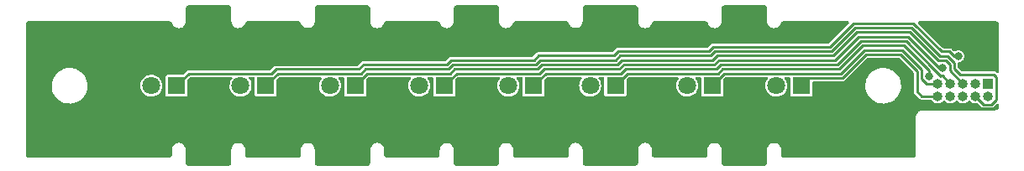
<source format=gbl>
G04 #@! TF.GenerationSoftware,KiCad,Pcbnew,(6.0.5-0)*
G04 #@! TF.CreationDate,2023-01-17T15:29:59+09:00*
G04 #@! TF.ProjectId,qPCR-led-north,71504352-2d6c-4656-942d-6e6f7274682e,rev?*
G04 #@! TF.SameCoordinates,Original*
G04 #@! TF.FileFunction,Copper,L2,Bot*
G04 #@! TF.FilePolarity,Positive*
%FSLAX46Y46*%
G04 Gerber Fmt 4.6, Leading zero omitted, Abs format (unit mm)*
G04 Created by KiCad (PCBNEW (6.0.5-0)) date 2023-01-17 15:29:59*
%MOMM*%
%LPD*%
G01*
G04 APERTURE LIST*
G04 #@! TA.AperFunction,ComponentPad*
%ADD10R,1.000000X1.000000*%
G04 #@! TD*
G04 #@! TA.AperFunction,ComponentPad*
%ADD11O,1.000000X1.000000*%
G04 #@! TD*
G04 #@! TA.AperFunction,ComponentPad*
%ADD12R,1.800000X1.800000*%
G04 #@! TD*
G04 #@! TA.AperFunction,ComponentPad*
%ADD13C,1.800000*%
G04 #@! TD*
G04 #@! TA.AperFunction,ViaPad*
%ADD14C,0.800000*%
G04 #@! TD*
G04 #@! TA.AperFunction,Conductor*
%ADD15C,0.250000*%
G04 #@! TD*
G04 APERTURE END LIST*
D10*
G04 #@! TO.P,U1,1,Pin_1*
G04 #@! TO.N,GND*
X186085751Y-101415007D03*
D11*
G04 #@! TO.P,U1,2,Pin_2*
G04 #@! TO.N,VCC*
X186085751Y-102685007D03*
G04 #@! TO.P,U1,3,Pin_3*
G04 #@! TO.N,OUT9*
X184815751Y-101415007D03*
G04 #@! TO.P,U1,4,Pin_4*
G04 #@! TO.N,OUT10*
X184815751Y-102685007D03*
G04 #@! TO.P,U1,5,Pin_5*
G04 #@! TO.N,OUT11*
X183545751Y-101415007D03*
G04 #@! TO.P,U1,6,Pin_6*
G04 #@! TO.N,OUT12*
X183545751Y-102685007D03*
G04 #@! TO.P,U1,7,Pin_7*
G04 #@! TO.N,OUT13*
X182275751Y-101415007D03*
G04 #@! TO.P,U1,8,Pin_8*
G04 #@! TO.N,OUT14*
X182275751Y-102685007D03*
G04 #@! TO.P,U1,9,Pin_9*
G04 #@! TO.N,OUT15*
X181005751Y-101415007D03*
G04 #@! TO.P,U1,10,Pin_10*
G04 #@! TO.N,OUT16*
X181005751Y-102685007D03*
G04 #@! TD*
D12*
G04 #@! TO.P,D15,1,K*
G04 #@! TO.N,OUT15*
X158270000Y-101622000D03*
D13*
G04 #@! TO.P,D15,2,A*
G04 #@! TO.N,VCC*
X155730000Y-101622000D03*
G04 #@! TD*
D12*
G04 #@! TO.P,D14,1,K*
G04 #@! TO.N,OUT14*
X148500000Y-101622000D03*
D13*
G04 #@! TO.P,D14,2,A*
G04 #@! TO.N,VCC*
X145960000Y-101622000D03*
G04 #@! TD*
D12*
G04 #@! TO.P,D13,1,K*
G04 #@! TO.N,OUT13*
X140270000Y-101622000D03*
D13*
G04 #@! TO.P,D13,2,A*
G04 #@! TO.N,VCC*
X137730000Y-101622000D03*
G04 #@! TD*
D12*
G04 #@! TO.P,D12,1,K*
G04 #@! TO.N,OUT12*
X131270000Y-101622000D03*
D13*
G04 #@! TO.P,D12,2,A*
G04 #@! TO.N,VCC*
X128730000Y-101622000D03*
G04 #@! TD*
D12*
G04 #@! TO.P,D11,1,K*
G04 #@! TO.N,OUT11*
X122270000Y-101622000D03*
D13*
G04 #@! TO.P,D11,2,A*
G04 #@! TO.N,VCC*
X119730000Y-101622000D03*
G04 #@! TD*
D12*
G04 #@! TO.P,D10,1,K*
G04 #@! TO.N,OUT10*
X113270000Y-101622000D03*
D13*
G04 #@! TO.P,D10,2,A*
G04 #@! TO.N,VCC*
X110730000Y-101622000D03*
G04 #@! TD*
D12*
G04 #@! TO.P,D9,1,K*
G04 #@! TO.N,OUT9*
X104270000Y-101622000D03*
D13*
G04 #@! TO.P,D9,2,A*
G04 #@! TO.N,VCC*
X101730000Y-101622000D03*
G04 #@! TD*
D12*
G04 #@! TO.P,D16,1,K*
G04 #@! TO.N,OUT16*
X167270000Y-101622000D03*
D13*
G04 #@! TO.P,D16,2,A*
G04 #@! TO.N,VCC*
X164730000Y-101622000D03*
G04 #@! TD*
D14*
G04 #@! TO.N,GND*
X127040000Y-102110000D03*
X180150000Y-95560000D03*
X148230000Y-106660000D03*
X119360000Y-108870000D03*
X136210000Y-109140000D03*
X111740000Y-95840000D03*
X147880000Y-97770000D03*
X152980000Y-108210000D03*
X145980000Y-109030000D03*
X90020000Y-95960000D03*
X160070000Y-101150000D03*
X133090000Y-101230000D03*
X105990000Y-108730000D03*
X144230000Y-102070000D03*
X123220000Y-108870000D03*
X95210000Y-108180000D03*
X112040000Y-103580000D03*
X92630000Y-97740000D03*
X143450000Y-103700000D03*
X145850000Y-94440000D03*
X136120000Y-103740000D03*
X103120000Y-95800000D03*
X102950000Y-108260000D03*
X143230000Y-95840000D03*
X143120000Y-108190000D03*
X150140000Y-94440000D03*
X162990000Y-96910000D03*
X102270000Y-103460000D03*
X163170000Y-109110000D03*
X167640000Y-95640000D03*
X124100000Y-101230000D03*
X159860000Y-109100000D03*
X106210000Y-101220000D03*
X177130000Y-99800000D03*
X122220000Y-98980000D03*
X109200000Y-94490000D03*
X163290000Y-103630000D03*
X130000000Y-103740000D03*
X152960000Y-95790000D03*
X177040000Y-108210000D03*
X168960000Y-103640000D03*
X184180000Y-96230000D03*
X114960000Y-101250000D03*
X95160000Y-99630000D03*
X130120000Y-95790000D03*
X139010000Y-103700000D03*
X163200000Y-94480000D03*
X138780000Y-95790000D03*
X92470000Y-106490000D03*
X186580000Y-98020000D03*
X116100000Y-103800000D03*
X146300000Y-103750000D03*
X118160000Y-102100000D03*
X154040000Y-102010000D03*
X109000000Y-108730000D03*
X95160000Y-95880000D03*
X123150000Y-94450000D03*
X112220000Y-108160000D03*
X115970000Y-108160000D03*
X166170000Y-108180000D03*
X90030000Y-100480000D03*
X141380000Y-105970000D03*
X89970000Y-108160000D03*
X132790000Y-109140000D03*
X115940000Y-95740000D03*
X90050000Y-105160000D03*
X157090000Y-108210000D03*
X125850000Y-103810000D03*
X109380000Y-103670000D03*
X138920000Y-108140000D03*
X121670000Y-96820000D03*
X152790000Y-103730000D03*
X136190000Y-94450000D03*
X157310000Y-103690000D03*
X135140000Y-97400000D03*
X123070000Y-103660000D03*
X126430000Y-98600000D03*
X139850000Y-98260000D03*
X98910000Y-97570000D03*
X150210000Y-103800000D03*
X154990000Y-105960000D03*
X105900000Y-103720000D03*
X173490000Y-105860000D03*
X107750000Y-106150000D03*
X95060000Y-104960000D03*
X142070000Y-101230000D03*
X125910000Y-108090000D03*
X157670000Y-97310000D03*
X130950000Y-98630000D03*
X172970000Y-102560000D03*
X163150000Y-102100000D03*
X177460000Y-103510000D03*
X181860000Y-97330000D03*
X184130000Y-98610000D03*
X121460000Y-106420000D03*
X117320000Y-98960000D03*
X99120000Y-106160000D03*
X109030000Y-102030000D03*
X98740000Y-101730000D03*
X114020000Y-105950000D03*
X126070000Y-95740000D03*
X118860000Y-94410000D03*
X119330000Y-103760000D03*
X159920000Y-94370000D03*
X159990000Y-103760000D03*
X105930000Y-94420000D03*
X130010000Y-108120000D03*
X128030000Y-105820000D03*
X150480000Y-101150000D03*
X170730000Y-108210000D03*
X150230000Y-109060000D03*
X134590000Y-106120000D03*
X135870000Y-101990000D03*
X186520000Y-95750000D03*
X132480000Y-103790000D03*
X161580000Y-106150000D03*
X113260000Y-99460000D03*
X132750000Y-94380000D03*
X104070000Y-105600000D03*
G04 #@! TO.N,OUT9*
X183059306Y-98651433D03*
G04 #@! TO.N,OUT12*
X181504602Y-99795236D03*
G04 #@! TO.N,OUT14*
X180114786Y-100672941D03*
G04 #@! TD*
D15*
G04 #@! TO.N,OUT9*
X122669947Y-99941569D02*
X123122666Y-99488850D01*
X182181077Y-98162087D02*
X182670423Y-98651433D01*
X182670423Y-98651433D02*
X183059306Y-98651433D01*
X114310189Y-99941569D02*
X122669947Y-99941569D01*
X105497711Y-100394289D02*
X113857469Y-100394289D01*
X104270000Y-101622000D02*
X105497711Y-100394289D01*
X148790101Y-98130689D02*
X157919859Y-98130689D01*
X131482425Y-99488849D02*
X131935143Y-99036131D01*
X181403295Y-98162085D02*
X182181077Y-98162087D01*
X158372579Y-97677969D02*
X170110337Y-97677969D01*
X148337381Y-98583409D02*
X148790101Y-98130689D01*
X131935143Y-99036131D02*
X140294903Y-99036129D01*
X113857469Y-100394289D02*
X114310189Y-99941569D01*
X123122666Y-99488850D02*
X131482425Y-99488849D01*
X140747622Y-98583410D02*
X148337381Y-98583409D01*
X140294903Y-99036129D02*
X140747622Y-98583410D01*
X170110337Y-97677969D02*
X172478302Y-95310004D01*
X172478302Y-95310004D02*
X178551216Y-95310006D01*
X178551216Y-95310006D02*
X181403295Y-98162085D01*
X157919859Y-98130689D02*
X158372579Y-97677969D01*
G04 #@! TO.N,OUT10*
X122857469Y-100394289D02*
X123310188Y-99941570D01*
X114497711Y-100394289D02*
X122857469Y-100394289D01*
X131669947Y-99941569D02*
X132122665Y-99488851D01*
X148977623Y-98583409D02*
X158107381Y-98583409D01*
X181993554Y-98614806D02*
X182685032Y-99306284D01*
X181215773Y-98614805D02*
X181993554Y-98614806D01*
X182685032Y-99914046D02*
X183260986Y-100490000D01*
X158107381Y-98583409D02*
X158560101Y-98130689D01*
X123310188Y-99941570D02*
X131669947Y-99941569D01*
X158560101Y-98130689D02*
X170297860Y-98130688D01*
X113270000Y-101622000D02*
X114497711Y-100394289D01*
X182685032Y-99306284D02*
X182685032Y-99914046D01*
X140935145Y-99036129D02*
X148524903Y-99036129D01*
X140482425Y-99488849D02*
X140935145Y-99036129D01*
X172665824Y-95762724D02*
X178363693Y-95762725D01*
X183260986Y-100490000D02*
X186640000Y-100490000D01*
X178363693Y-95762725D02*
X181215773Y-98614805D01*
X186920000Y-100770000D02*
X186920000Y-103021319D01*
X186640000Y-100490000D02*
X186920000Y-100770000D01*
X186428601Y-103512718D02*
X185643462Y-103512718D01*
X185643462Y-103512718D02*
X184815751Y-102685007D01*
X186920000Y-103021319D02*
X186428601Y-103512718D01*
X170297860Y-98130688D02*
X172665824Y-95762724D01*
X132122665Y-99488851D02*
X140482425Y-99488849D01*
X148524903Y-99036129D02*
X148977623Y-98583409D01*
G04 #@! TO.N,OUT11*
X131857469Y-100394289D02*
X132310188Y-99941570D01*
X172853346Y-96215444D02*
X178176170Y-96215444D01*
X158294903Y-99036129D02*
X158747623Y-98583409D01*
X178176170Y-96215444D02*
X181028251Y-99067525D01*
X141122665Y-99488851D02*
X148712425Y-99488849D01*
X182232313Y-99493807D02*
X182232313Y-100101569D01*
X122270000Y-101622000D02*
X123497711Y-100394289D01*
X149165145Y-99036129D02*
X158294903Y-99036129D01*
X183545022Y-101079038D02*
X183820000Y-101354016D01*
X182232313Y-100101569D02*
X183545751Y-101415007D01*
X132310188Y-99941570D02*
X140669947Y-99941569D01*
X140669947Y-99941569D02*
X141122665Y-99488851D01*
X181806031Y-99067525D02*
X182232313Y-99493807D01*
X181028251Y-99067525D02*
X181806031Y-99067525D01*
X123497711Y-100394289D02*
X131857469Y-100394289D01*
X158747623Y-98583409D02*
X167107381Y-98583409D01*
X170485383Y-98583407D02*
X172853346Y-96215444D01*
X148712425Y-99488849D02*
X149165145Y-99036129D01*
X167107381Y-98583409D02*
X170485383Y-98583407D01*
G04 #@! TO.N,OUT12*
X141310188Y-99941570D02*
X148899947Y-99941569D01*
X170672903Y-99036129D02*
X173040869Y-96668163D01*
X181115720Y-99795236D02*
X181504602Y-99795236D01*
X148899947Y-99941569D02*
X149352667Y-99488849D01*
X170254597Y-99036129D02*
X170672903Y-99036129D01*
X132497711Y-100394289D02*
X140857469Y-100394289D01*
X158482425Y-99488849D02*
X158935145Y-99036129D01*
X140857469Y-100394289D02*
X141310188Y-99941570D01*
X158935145Y-99036129D02*
X170254597Y-99036129D01*
X131270000Y-101622000D02*
X132497711Y-100394289D01*
X173040869Y-96668163D02*
X177988647Y-96668163D01*
X179225242Y-97904758D02*
X181115720Y-99795236D01*
X149352667Y-99488849D02*
X158482425Y-99488849D01*
X177988647Y-96668163D02*
X179225242Y-97904758D01*
G04 #@! TO.N,OUT13*
X149540189Y-99941569D02*
X149087469Y-100394289D01*
X170442120Y-99488848D02*
X159122665Y-99488851D01*
X182275751Y-101415007D02*
X181448040Y-100587296D01*
X180400121Y-99719879D02*
X177801124Y-97120882D01*
X180400121Y-99719879D02*
X181310242Y-100630000D01*
X158669947Y-99941569D02*
X149540189Y-99941569D01*
X181448040Y-100587296D02*
X181310242Y-100587296D01*
X170860426Y-99488848D02*
X170442120Y-99488848D01*
X173228392Y-97120882D02*
X170860426Y-99488848D01*
X149087469Y-100394289D02*
X141497711Y-100394289D01*
X177801124Y-97120882D02*
X173228392Y-97120882D01*
X159122665Y-99488851D02*
X158669947Y-99941569D01*
X141497711Y-100394289D02*
X140270000Y-101622000D01*
G04 #@! TO.N,OUT14*
X180114786Y-100074786D02*
X180114786Y-100672941D01*
X149727711Y-100394289D02*
X158857469Y-100394289D01*
X167669947Y-99941569D02*
X170388433Y-99941567D01*
X158857469Y-100394289D02*
X159310188Y-99941570D01*
X173415915Y-97573601D02*
X177613601Y-97573601D01*
X171047949Y-99941567D02*
X173415915Y-97573601D01*
X177613601Y-97573601D02*
X180114786Y-100074786D01*
X170388433Y-99941567D02*
X171047949Y-99941567D01*
X159310188Y-99941570D02*
X167669947Y-99941569D01*
X148500000Y-101622000D02*
X149727711Y-100394289D01*
G04 #@! TO.N,OUT15*
X171235469Y-100394289D02*
X173603438Y-98026320D01*
X179372720Y-100960000D02*
X179827727Y-101415007D01*
X158270000Y-101622000D02*
X159497711Y-100394289D01*
X179827727Y-101415007D02*
X181005751Y-101415007D01*
X179372720Y-99992478D02*
X179372720Y-100960000D01*
X159497711Y-100394289D02*
X171235469Y-100394289D01*
X177406563Y-98026321D02*
X179372720Y-99992478D01*
X173603438Y-98026320D02*
X177406563Y-98026321D01*
G04 #@! TO.N,OUT16*
X171422991Y-100847009D02*
X173790960Y-98479040D01*
X168044991Y-100847009D02*
X171422991Y-100847009D01*
X177219040Y-98479040D02*
X178920000Y-100180000D01*
X167270000Y-101622000D02*
X168044991Y-100847009D01*
X178920000Y-102230000D02*
X179375007Y-102685007D01*
X178920000Y-100180000D02*
X178920000Y-102230000D01*
X173790960Y-98479040D02*
X177219040Y-98479040D01*
X179375007Y-102685007D02*
X181005751Y-102685007D01*
G04 #@! TD*
G04 #@! TA.AperFunction,Conductor*
G04 #@! TO.N,GND*
G36*
X109480243Y-93502466D02*
G01*
X109485811Y-93502476D01*
X109499641Y-93505656D01*
X109510806Y-93503130D01*
X109522451Y-93504056D01*
X109572845Y-93512038D01*
X109610330Y-93524218D01*
X109658264Y-93548641D01*
X109690155Y-93571812D01*
X109728188Y-93609845D01*
X109751359Y-93641736D01*
X109775781Y-93689668D01*
X109787963Y-93727159D01*
X109795952Y-93777604D01*
X109796827Y-93788842D01*
X109794344Y-93799641D01*
X109797475Y-93813480D01*
X109797467Y-93818309D01*
X109799500Y-93836504D01*
X109799500Y-95063282D01*
X109796248Y-95091723D01*
X109795955Y-95092987D01*
X109795954Y-95092993D01*
X109794345Y-95099938D01*
X109794344Y-95100656D01*
X109795927Y-95107594D01*
X109796577Y-95113399D01*
X109797086Y-95116421D01*
X109812091Y-95253254D01*
X109861475Y-95398606D01*
X109865048Y-95404489D01*
X109865049Y-95404491D01*
X109897250Y-95457510D01*
X109941165Y-95529815D01*
X110047379Y-95640651D01*
X110053099Y-95644468D01*
X110053103Y-95644471D01*
X110102244Y-95677260D01*
X110175074Y-95725856D01*
X110318192Y-95781385D01*
X110390582Y-95792460D01*
X110463140Y-95803561D01*
X110463142Y-95803561D01*
X110469939Y-95804601D01*
X110623112Y-95794405D01*
X110770443Y-95751279D01*
X110812137Y-95728336D01*
X110898904Y-95680590D01*
X110898905Y-95680589D01*
X110904937Y-95677270D01*
X111020212Y-95575890D01*
X111110797Y-95451953D01*
X111134020Y-95398938D01*
X111165457Y-95327172D01*
X111167148Y-95323861D01*
X111169525Y-95318506D01*
X111173155Y-95312331D01*
X111173370Y-95311646D01*
X111173586Y-95308934D01*
X111183316Y-95280234D01*
X111201606Y-95243497D01*
X111224712Y-95211154D01*
X111262808Y-95172546D01*
X111294841Y-95149010D01*
X111343069Y-95124191D01*
X111380837Y-95111805D01*
X111402296Y-95108375D01*
X111431455Y-95103715D01*
X111443066Y-95102802D01*
X111453914Y-95105296D01*
X111467754Y-95102163D01*
X111472607Y-95102171D01*
X111490772Y-95100140D01*
X116508649Y-95100140D01*
X116525956Y-95102105D01*
X116531542Y-95102115D01*
X116545369Y-95105296D01*
X116556466Y-95102786D01*
X116568157Y-95103725D01*
X116619141Y-95111874D01*
X116656910Y-95124260D01*
X116705118Y-95149069D01*
X116737150Y-95172604D01*
X116775189Y-95211154D01*
X116775230Y-95211196D01*
X116798336Y-95243538D01*
X116816621Y-95280265D01*
X116826250Y-95308782D01*
X116826416Y-95310961D01*
X116826630Y-95311646D01*
X116830206Y-95317778D01*
X116832481Y-95322935D01*
X116834068Y-95326056D01*
X116876361Y-95422606D01*
X116889213Y-95451947D01*
X116893277Y-95457507D01*
X116949759Y-95534784D01*
X116979797Y-95575882D01*
X117095070Y-95677260D01*
X117229562Y-95751267D01*
X117236160Y-95753198D01*
X117236164Y-95753200D01*
X117370286Y-95792460D01*
X117376890Y-95794393D01*
X117530061Y-95804589D01*
X117593639Y-95794862D01*
X117675007Y-95782413D01*
X117681805Y-95781373D01*
X117688216Y-95778885D01*
X117688218Y-95778885D01*
X117754388Y-95753211D01*
X117824920Y-95725845D01*
X117904549Y-95672713D01*
X117946889Y-95644462D01*
X117952614Y-95640642D01*
X117957374Y-95635675D01*
X118054063Y-95534777D01*
X118054066Y-95534774D01*
X118058825Y-95529807D01*
X118106111Y-95451953D01*
X118134940Y-95404486D01*
X118134941Y-95404484D01*
X118138514Y-95398601D01*
X118178719Y-95280265D01*
X118185683Y-95259768D01*
X118185683Y-95259767D01*
X118187897Y-95253251D01*
X118194449Y-95193505D01*
X118202748Y-95117832D01*
X118203369Y-95114177D01*
X118204042Y-95108329D01*
X118205655Y-95101374D01*
X118205656Y-95100656D01*
X118203653Y-95091872D01*
X118200500Y-95063859D01*
X118200500Y-93837371D01*
X118203755Y-93808918D01*
X118204043Y-93807676D01*
X118204044Y-93807669D01*
X118205655Y-93800718D01*
X118205656Y-93800000D01*
X118205024Y-93797228D01*
X118205711Y-93767099D01*
X118212037Y-93727158D01*
X118224218Y-93689670D01*
X118248641Y-93641736D01*
X118271812Y-93609845D01*
X118309845Y-93571812D01*
X118341736Y-93548641D01*
X118350898Y-93543972D01*
X118389668Y-93524219D01*
X118427157Y-93512037D01*
X118445689Y-93509102D01*
X118477604Y-93504048D01*
X118488842Y-93503173D01*
X118499641Y-93505656D01*
X118513480Y-93502525D01*
X118518309Y-93502533D01*
X118536504Y-93500500D01*
X123462920Y-93500500D01*
X123480243Y-93502466D01*
X123485811Y-93502476D01*
X123499641Y-93505656D01*
X123510806Y-93503130D01*
X123522451Y-93504056D01*
X123572845Y-93512038D01*
X123610330Y-93524218D01*
X123658264Y-93548641D01*
X123690155Y-93571812D01*
X123728188Y-93609845D01*
X123751359Y-93641736D01*
X123775781Y-93689668D01*
X123787963Y-93727159D01*
X123795952Y-93777604D01*
X123796827Y-93788842D01*
X123794344Y-93799641D01*
X123797475Y-93813480D01*
X123797467Y-93818309D01*
X123799500Y-93836504D01*
X123799500Y-95063282D01*
X123796248Y-95091723D01*
X123795955Y-95092987D01*
X123795954Y-95092993D01*
X123794345Y-95099938D01*
X123794344Y-95100656D01*
X123795927Y-95107594D01*
X123796577Y-95113399D01*
X123797086Y-95116421D01*
X123812091Y-95253254D01*
X123861475Y-95398606D01*
X123865048Y-95404489D01*
X123865049Y-95404491D01*
X123897250Y-95457510D01*
X123941165Y-95529815D01*
X124047379Y-95640651D01*
X124053099Y-95644468D01*
X124053103Y-95644471D01*
X124102244Y-95677260D01*
X124175074Y-95725856D01*
X124318192Y-95781385D01*
X124390582Y-95792460D01*
X124463140Y-95803561D01*
X124463142Y-95803561D01*
X124469939Y-95804601D01*
X124623112Y-95794405D01*
X124770443Y-95751279D01*
X124812137Y-95728336D01*
X124898904Y-95680590D01*
X124898905Y-95680589D01*
X124904937Y-95677270D01*
X125020212Y-95575890D01*
X125110797Y-95451953D01*
X125134020Y-95398938D01*
X125165457Y-95327172D01*
X125167148Y-95323861D01*
X125169525Y-95318506D01*
X125173155Y-95312331D01*
X125173370Y-95311646D01*
X125173586Y-95308934D01*
X125183316Y-95280234D01*
X125201606Y-95243497D01*
X125224712Y-95211154D01*
X125262808Y-95172546D01*
X125294841Y-95149010D01*
X125343069Y-95124191D01*
X125380837Y-95111805D01*
X125402296Y-95108375D01*
X125431455Y-95103715D01*
X125443066Y-95102802D01*
X125453914Y-95105296D01*
X125467754Y-95102163D01*
X125472607Y-95102171D01*
X125490772Y-95100140D01*
X130508649Y-95100140D01*
X130525956Y-95102105D01*
X130531542Y-95102115D01*
X130545369Y-95105296D01*
X130556466Y-95102786D01*
X130568157Y-95103725D01*
X130619141Y-95111874D01*
X130656910Y-95124260D01*
X130705118Y-95149069D01*
X130737150Y-95172604D01*
X130775189Y-95211154D01*
X130775230Y-95211196D01*
X130798336Y-95243538D01*
X130816621Y-95280265D01*
X130826250Y-95308782D01*
X130826416Y-95310961D01*
X130826630Y-95311646D01*
X130830206Y-95317778D01*
X130832481Y-95322935D01*
X130834068Y-95326056D01*
X130876361Y-95422606D01*
X130889213Y-95451947D01*
X130893277Y-95457507D01*
X130949759Y-95534784D01*
X130979797Y-95575882D01*
X131095070Y-95677260D01*
X131229562Y-95751267D01*
X131236160Y-95753198D01*
X131236164Y-95753200D01*
X131370286Y-95792460D01*
X131376890Y-95794393D01*
X131530061Y-95804589D01*
X131593639Y-95794862D01*
X131675007Y-95782413D01*
X131681805Y-95781373D01*
X131688216Y-95778885D01*
X131688218Y-95778885D01*
X131754388Y-95753211D01*
X131824920Y-95725845D01*
X131904549Y-95672713D01*
X131946889Y-95644462D01*
X131952614Y-95640642D01*
X131957374Y-95635675D01*
X132054063Y-95534777D01*
X132054066Y-95534774D01*
X132058825Y-95529807D01*
X132106111Y-95451953D01*
X132134940Y-95404486D01*
X132134941Y-95404484D01*
X132138514Y-95398601D01*
X132178719Y-95280265D01*
X132185683Y-95259768D01*
X132185683Y-95259767D01*
X132187897Y-95253251D01*
X132194449Y-95193505D01*
X132202748Y-95117832D01*
X132203369Y-95114177D01*
X132204042Y-95108329D01*
X132205655Y-95101374D01*
X132205656Y-95100656D01*
X132203653Y-95091872D01*
X132200500Y-95063859D01*
X132200500Y-93837371D01*
X132203755Y-93808918D01*
X132204043Y-93807676D01*
X132204044Y-93807669D01*
X132205655Y-93800718D01*
X132205656Y-93800000D01*
X132205024Y-93797228D01*
X132205711Y-93767099D01*
X132212037Y-93727158D01*
X132224218Y-93689670D01*
X132248641Y-93641736D01*
X132271812Y-93609845D01*
X132309845Y-93571812D01*
X132341736Y-93548641D01*
X132350898Y-93543972D01*
X132389668Y-93524219D01*
X132427157Y-93512037D01*
X132445689Y-93509102D01*
X132477604Y-93504048D01*
X132488842Y-93503173D01*
X132499641Y-93505656D01*
X132513480Y-93502525D01*
X132518309Y-93502533D01*
X132536504Y-93500500D01*
X136462920Y-93500500D01*
X136480243Y-93502466D01*
X136485811Y-93502476D01*
X136499641Y-93505656D01*
X136510806Y-93503130D01*
X136522451Y-93504056D01*
X136572845Y-93512038D01*
X136610330Y-93524218D01*
X136658264Y-93548641D01*
X136690155Y-93571812D01*
X136728188Y-93609845D01*
X136751359Y-93641736D01*
X136775781Y-93689668D01*
X136787963Y-93727159D01*
X136795952Y-93777604D01*
X136796827Y-93788842D01*
X136794344Y-93799641D01*
X136797475Y-93813480D01*
X136797467Y-93818309D01*
X136799500Y-93836504D01*
X136799500Y-95063282D01*
X136796248Y-95091723D01*
X136795955Y-95092987D01*
X136795954Y-95092993D01*
X136794345Y-95099938D01*
X136794344Y-95100656D01*
X136795927Y-95107594D01*
X136796577Y-95113399D01*
X136797086Y-95116421D01*
X136812091Y-95253254D01*
X136861475Y-95398606D01*
X136865048Y-95404489D01*
X136865049Y-95404491D01*
X136897250Y-95457510D01*
X136941165Y-95529815D01*
X137047379Y-95640651D01*
X137053099Y-95644468D01*
X137053103Y-95644471D01*
X137102244Y-95677260D01*
X137175074Y-95725856D01*
X137318192Y-95781385D01*
X137390582Y-95792460D01*
X137463140Y-95803561D01*
X137463142Y-95803561D01*
X137469939Y-95804601D01*
X137623112Y-95794405D01*
X137770443Y-95751279D01*
X137812137Y-95728336D01*
X137898904Y-95680590D01*
X137898905Y-95680589D01*
X137904937Y-95677270D01*
X138020212Y-95575890D01*
X138110797Y-95451953D01*
X138134020Y-95398938D01*
X138165457Y-95327172D01*
X138167148Y-95323861D01*
X138169525Y-95318506D01*
X138173155Y-95312331D01*
X138173370Y-95311646D01*
X138173586Y-95308934D01*
X138183316Y-95280234D01*
X138201606Y-95243497D01*
X138224712Y-95211154D01*
X138262808Y-95172546D01*
X138294841Y-95149010D01*
X138343069Y-95124191D01*
X138380837Y-95111805D01*
X138402296Y-95108375D01*
X138431455Y-95103715D01*
X138443066Y-95102802D01*
X138453914Y-95105296D01*
X138467754Y-95102163D01*
X138472607Y-95102171D01*
X138490772Y-95100140D01*
X143508649Y-95100140D01*
X143525956Y-95102105D01*
X143531542Y-95102115D01*
X143545369Y-95105296D01*
X143556466Y-95102786D01*
X143568157Y-95103725D01*
X143619141Y-95111874D01*
X143656910Y-95124260D01*
X143705118Y-95149069D01*
X143737150Y-95172604D01*
X143775189Y-95211154D01*
X143775230Y-95211196D01*
X143798336Y-95243538D01*
X143816621Y-95280265D01*
X143826250Y-95308782D01*
X143826416Y-95310961D01*
X143826630Y-95311646D01*
X143830206Y-95317778D01*
X143832481Y-95322935D01*
X143834068Y-95326056D01*
X143876361Y-95422606D01*
X143889213Y-95451947D01*
X143893277Y-95457507D01*
X143949759Y-95534784D01*
X143979797Y-95575882D01*
X144095070Y-95677260D01*
X144229562Y-95751267D01*
X144236160Y-95753198D01*
X144236164Y-95753200D01*
X144370286Y-95792460D01*
X144376890Y-95794393D01*
X144530061Y-95804589D01*
X144593639Y-95794862D01*
X144675007Y-95782413D01*
X144681805Y-95781373D01*
X144688216Y-95778885D01*
X144688218Y-95778885D01*
X144754388Y-95753211D01*
X144824920Y-95725845D01*
X144904549Y-95672713D01*
X144946889Y-95644462D01*
X144952614Y-95640642D01*
X144957374Y-95635675D01*
X145054063Y-95534777D01*
X145054066Y-95534774D01*
X145058825Y-95529807D01*
X145106111Y-95451953D01*
X145134940Y-95404486D01*
X145134941Y-95404484D01*
X145138514Y-95398601D01*
X145178719Y-95280265D01*
X145185683Y-95259768D01*
X145185683Y-95259767D01*
X145187897Y-95253251D01*
X145194449Y-95193505D01*
X145202748Y-95117832D01*
X145203369Y-95114177D01*
X145204042Y-95108329D01*
X145205655Y-95101374D01*
X145205656Y-95100656D01*
X145203653Y-95091872D01*
X145200500Y-95063859D01*
X145200500Y-93837371D01*
X145203755Y-93808918D01*
X145204043Y-93807676D01*
X145204044Y-93807669D01*
X145205655Y-93800718D01*
X145205656Y-93800000D01*
X145205024Y-93797228D01*
X145205711Y-93767099D01*
X145212037Y-93727158D01*
X145224218Y-93689670D01*
X145248641Y-93641736D01*
X145271812Y-93609845D01*
X145309845Y-93571812D01*
X145341736Y-93548641D01*
X145350898Y-93543972D01*
X145389668Y-93524219D01*
X145427157Y-93512037D01*
X145445689Y-93509102D01*
X145477604Y-93504048D01*
X145488842Y-93503173D01*
X145499641Y-93505656D01*
X145513480Y-93502525D01*
X145518309Y-93502533D01*
X145536504Y-93500500D01*
X150462920Y-93500500D01*
X150480243Y-93502466D01*
X150485811Y-93502476D01*
X150499641Y-93505656D01*
X150510806Y-93503130D01*
X150522451Y-93504056D01*
X150572845Y-93512038D01*
X150610330Y-93524218D01*
X150658264Y-93548641D01*
X150690155Y-93571812D01*
X150728188Y-93609845D01*
X150751359Y-93641736D01*
X150775781Y-93689668D01*
X150787963Y-93727159D01*
X150795952Y-93777604D01*
X150796827Y-93788842D01*
X150794344Y-93799641D01*
X150797475Y-93813480D01*
X150797467Y-93818309D01*
X150799500Y-93836504D01*
X150799500Y-95063282D01*
X150796248Y-95091723D01*
X150795955Y-95092987D01*
X150795954Y-95092993D01*
X150794345Y-95099938D01*
X150794344Y-95100656D01*
X150795927Y-95107594D01*
X150796577Y-95113399D01*
X150797086Y-95116421D01*
X150812091Y-95253254D01*
X150861475Y-95398606D01*
X150865048Y-95404489D01*
X150865049Y-95404491D01*
X150897250Y-95457510D01*
X150941165Y-95529815D01*
X151047379Y-95640651D01*
X151053099Y-95644468D01*
X151053103Y-95644471D01*
X151102244Y-95677260D01*
X151175074Y-95725856D01*
X151318192Y-95781385D01*
X151390582Y-95792460D01*
X151463140Y-95803561D01*
X151463142Y-95803561D01*
X151469939Y-95804601D01*
X151623112Y-95794405D01*
X151770443Y-95751279D01*
X151812137Y-95728336D01*
X151898904Y-95680590D01*
X151898905Y-95680589D01*
X151904937Y-95677270D01*
X152020212Y-95575890D01*
X152110797Y-95451953D01*
X152134020Y-95398938D01*
X152165457Y-95327172D01*
X152167148Y-95323861D01*
X152169525Y-95318506D01*
X152173155Y-95312331D01*
X152173370Y-95311646D01*
X152173586Y-95308934D01*
X152183316Y-95280234D01*
X152201606Y-95243497D01*
X152224712Y-95211154D01*
X152262808Y-95172546D01*
X152294841Y-95149010D01*
X152343069Y-95124191D01*
X152380837Y-95111805D01*
X152402296Y-95108375D01*
X152431455Y-95103715D01*
X152443066Y-95102802D01*
X152453914Y-95105296D01*
X152467754Y-95102163D01*
X152472607Y-95102171D01*
X152490772Y-95100140D01*
X157508649Y-95100140D01*
X157525956Y-95102105D01*
X157531542Y-95102115D01*
X157545369Y-95105296D01*
X157556466Y-95102786D01*
X157568157Y-95103725D01*
X157619141Y-95111874D01*
X157656910Y-95124260D01*
X157705118Y-95149069D01*
X157737150Y-95172604D01*
X157775189Y-95211154D01*
X157775230Y-95211196D01*
X157798336Y-95243538D01*
X157816621Y-95280265D01*
X157826250Y-95308782D01*
X157826416Y-95310961D01*
X157826630Y-95311646D01*
X157830206Y-95317778D01*
X157832481Y-95322935D01*
X157834068Y-95326056D01*
X157876361Y-95422606D01*
X157889213Y-95451947D01*
X157893277Y-95457507D01*
X157949759Y-95534784D01*
X157979797Y-95575882D01*
X158095070Y-95677260D01*
X158229562Y-95751267D01*
X158236160Y-95753198D01*
X158236164Y-95753200D01*
X158370286Y-95792460D01*
X158376890Y-95794393D01*
X158530061Y-95804589D01*
X158593639Y-95794862D01*
X158675007Y-95782413D01*
X158681805Y-95781373D01*
X158688216Y-95778885D01*
X158688218Y-95778885D01*
X158754388Y-95753211D01*
X158824920Y-95725845D01*
X158904549Y-95672713D01*
X158946889Y-95644462D01*
X158952614Y-95640642D01*
X158957374Y-95635675D01*
X159054063Y-95534777D01*
X159054066Y-95534774D01*
X159058825Y-95529807D01*
X159106111Y-95451953D01*
X159134940Y-95404486D01*
X159134941Y-95404484D01*
X159138514Y-95398601D01*
X159178719Y-95280265D01*
X159185683Y-95259768D01*
X159185683Y-95259767D01*
X159187897Y-95253251D01*
X159194449Y-95193505D01*
X159202748Y-95117832D01*
X159203369Y-95114177D01*
X159204042Y-95108329D01*
X159205655Y-95101374D01*
X159205656Y-95100656D01*
X159203653Y-95091872D01*
X159200500Y-95063859D01*
X159200500Y-93837371D01*
X159203755Y-93808918D01*
X159204043Y-93807676D01*
X159204044Y-93807669D01*
X159205655Y-93800718D01*
X159205656Y-93800000D01*
X159205024Y-93797228D01*
X159205711Y-93767099D01*
X159212037Y-93727158D01*
X159224218Y-93689670D01*
X159248641Y-93641736D01*
X159271812Y-93609845D01*
X159309845Y-93571812D01*
X159341736Y-93548641D01*
X159350898Y-93543972D01*
X159389668Y-93524219D01*
X159427157Y-93512037D01*
X159445689Y-93509102D01*
X159477604Y-93504048D01*
X159488842Y-93503173D01*
X159499641Y-93505656D01*
X159513480Y-93502525D01*
X159518309Y-93502533D01*
X159536504Y-93500500D01*
X163462920Y-93500500D01*
X163480243Y-93502466D01*
X163485811Y-93502476D01*
X163499641Y-93505656D01*
X163510806Y-93503130D01*
X163522451Y-93504056D01*
X163572845Y-93512038D01*
X163610330Y-93524218D01*
X163658264Y-93548641D01*
X163690155Y-93571812D01*
X163728188Y-93609845D01*
X163751359Y-93641736D01*
X163775781Y-93689668D01*
X163787963Y-93727159D01*
X163795952Y-93777604D01*
X163796827Y-93788842D01*
X163794344Y-93799641D01*
X163797475Y-93813480D01*
X163797467Y-93818309D01*
X163799500Y-93836504D01*
X163799500Y-95063282D01*
X163796248Y-95091723D01*
X163795955Y-95092987D01*
X163795954Y-95092993D01*
X163794345Y-95099938D01*
X163794344Y-95100656D01*
X163795927Y-95107594D01*
X163796577Y-95113399D01*
X163797086Y-95116421D01*
X163812091Y-95253254D01*
X163861475Y-95398606D01*
X163865048Y-95404489D01*
X163865049Y-95404491D01*
X163897250Y-95457510D01*
X163941165Y-95529815D01*
X164047379Y-95640651D01*
X164053099Y-95644468D01*
X164053103Y-95644471D01*
X164102244Y-95677260D01*
X164175074Y-95725856D01*
X164318192Y-95781385D01*
X164390582Y-95792460D01*
X164463140Y-95803561D01*
X164463142Y-95803561D01*
X164469939Y-95804601D01*
X164623112Y-95794405D01*
X164770443Y-95751279D01*
X164812137Y-95728336D01*
X164898904Y-95680590D01*
X164898905Y-95680589D01*
X164904937Y-95677270D01*
X165020212Y-95575890D01*
X165110797Y-95451953D01*
X165134020Y-95398938D01*
X165165457Y-95327172D01*
X165167148Y-95323861D01*
X165169525Y-95318506D01*
X165173155Y-95312331D01*
X165173370Y-95311646D01*
X165173586Y-95308934D01*
X165183316Y-95280234D01*
X165201606Y-95243497D01*
X165224712Y-95211154D01*
X165262808Y-95172546D01*
X165294841Y-95149010D01*
X165343069Y-95124191D01*
X165380837Y-95111805D01*
X165402296Y-95108375D01*
X165431455Y-95103715D01*
X165443066Y-95102802D01*
X165453914Y-95105296D01*
X165467754Y-95102163D01*
X165472607Y-95102171D01*
X165490772Y-95100140D01*
X171919124Y-95100140D01*
X171987245Y-95120142D01*
X172033738Y-95173798D01*
X172043842Y-95244072D01*
X172014348Y-95308652D01*
X172008219Y-95315235D01*
X170011090Y-97312364D01*
X169948778Y-97346390D01*
X169921995Y-97349269D01*
X158392442Y-97349269D01*
X158381460Y-97348790D01*
X158354466Y-97346428D01*
X158354464Y-97346428D01*
X158343490Y-97345468D01*
X158332846Y-97348320D01*
X158332844Y-97348320D01*
X158306673Y-97355332D01*
X158295946Y-97357710D01*
X158287007Y-97359287D01*
X158258423Y-97364327D01*
X158248874Y-97369840D01*
X158245461Y-97371082D01*
X158242171Y-97372616D01*
X158231521Y-97375470D01*
X158200293Y-97397336D01*
X158191040Y-97403231D01*
X158158035Y-97422286D01*
X158150953Y-97430725D01*
X158150948Y-97430730D01*
X158133534Y-97451484D01*
X158126108Y-97459588D01*
X157820612Y-97765084D01*
X157758300Y-97799110D01*
X157731517Y-97801989D01*
X148809964Y-97801989D01*
X148798982Y-97801510D01*
X148771988Y-97799148D01*
X148771986Y-97799148D01*
X148761012Y-97798188D01*
X148750368Y-97801040D01*
X148750366Y-97801040D01*
X148724195Y-97808052D01*
X148713468Y-97810430D01*
X148704529Y-97812007D01*
X148675945Y-97817047D01*
X148666396Y-97822560D01*
X148662983Y-97823802D01*
X148659693Y-97825336D01*
X148649043Y-97828190D01*
X148617815Y-97850056D01*
X148608562Y-97855951D01*
X148575557Y-97875006D01*
X148568475Y-97883445D01*
X148568470Y-97883450D01*
X148551056Y-97904204D01*
X148543630Y-97912308D01*
X148238134Y-98217804D01*
X148175822Y-98251830D01*
X148149039Y-98254709D01*
X141472020Y-98254710D01*
X140767472Y-98254710D01*
X140756490Y-98254231D01*
X140751152Y-98253764D01*
X140718532Y-98250910D01*
X140707881Y-98253764D01*
X140707880Y-98253764D01*
X140681729Y-98260771D01*
X140670999Y-98263150D01*
X140633466Y-98269768D01*
X140623918Y-98275280D01*
X140620501Y-98276524D01*
X140617211Y-98278058D01*
X140606564Y-98280911D01*
X140597537Y-98287231D01*
X140597536Y-98287232D01*
X140575347Y-98302769D01*
X140566078Y-98308674D01*
X140533078Y-98327727D01*
X140525993Y-98336170D01*
X140525990Y-98336173D01*
X140508577Y-98356925D01*
X140501151Y-98365029D01*
X140195656Y-98670524D01*
X140133344Y-98704550D01*
X140106561Y-98707429D01*
X132733046Y-98707431D01*
X131955005Y-98707431D01*
X131944023Y-98706952D01*
X131906053Y-98703630D01*
X131895403Y-98706484D01*
X131895399Y-98706484D01*
X131869241Y-98713493D01*
X131858507Y-98715873D01*
X131820987Y-98722489D01*
X131811441Y-98728000D01*
X131808035Y-98729240D01*
X131804738Y-98730777D01*
X131794085Y-98733632D01*
X131762857Y-98755498D01*
X131753604Y-98761393D01*
X131720599Y-98780448D01*
X131713517Y-98788887D01*
X131713512Y-98788892D01*
X131696098Y-98809646D01*
X131688672Y-98817750D01*
X131383178Y-99123244D01*
X131320866Y-99157270D01*
X131294083Y-99160149D01*
X123920558Y-99160150D01*
X123142516Y-99160150D01*
X123131534Y-99159671D01*
X123126196Y-99159204D01*
X123093576Y-99156350D01*
X123082925Y-99159204D01*
X123082924Y-99159204D01*
X123056773Y-99166211D01*
X123046043Y-99168590D01*
X123008510Y-99175208D01*
X122998962Y-99180720D01*
X122995545Y-99181964D01*
X122992255Y-99183498D01*
X122981608Y-99186351D01*
X122972581Y-99192671D01*
X122972580Y-99192672D01*
X122950391Y-99208209D01*
X122941122Y-99214114D01*
X122908122Y-99233167D01*
X122901037Y-99241610D01*
X122901034Y-99241613D01*
X122883621Y-99262365D01*
X122876195Y-99270469D01*
X122570700Y-99575964D01*
X122508388Y-99609990D01*
X122481605Y-99612869D01*
X114330052Y-99612869D01*
X114319070Y-99612390D01*
X114292076Y-99610028D01*
X114292074Y-99610028D01*
X114281100Y-99609068D01*
X114270456Y-99611920D01*
X114270454Y-99611920D01*
X114244283Y-99618932D01*
X114233556Y-99621310D01*
X114224617Y-99622887D01*
X114196033Y-99627927D01*
X114186484Y-99633440D01*
X114183071Y-99634682D01*
X114179781Y-99636216D01*
X114169131Y-99639070D01*
X114137903Y-99660936D01*
X114128650Y-99666831D01*
X114095645Y-99685886D01*
X114088563Y-99694325D01*
X114088558Y-99694330D01*
X114071144Y-99715084D01*
X114063718Y-99723188D01*
X113758222Y-100028684D01*
X113695910Y-100062710D01*
X113669127Y-100065589D01*
X105517574Y-100065589D01*
X105506592Y-100065110D01*
X105479598Y-100062748D01*
X105479596Y-100062748D01*
X105468622Y-100061788D01*
X105457978Y-100064640D01*
X105457976Y-100064640D01*
X105431805Y-100071652D01*
X105421078Y-100074030D01*
X105412139Y-100075607D01*
X105383555Y-100080647D01*
X105374006Y-100086160D01*
X105370593Y-100087402D01*
X105367303Y-100088936D01*
X105356653Y-100091790D01*
X105325425Y-100113656D01*
X105316172Y-100119551D01*
X105283167Y-100138606D01*
X105276085Y-100147045D01*
X105276080Y-100147050D01*
X105258666Y-100167804D01*
X105251240Y-100175908D01*
X104945753Y-100481395D01*
X104883441Y-100515421D01*
X104856658Y-100518300D01*
X103349936Y-100518300D01*
X103290520Y-100530119D01*
X103223140Y-100575140D01*
X103178119Y-100642520D01*
X103166300Y-100701936D01*
X103166300Y-102542064D01*
X103178119Y-102601480D01*
X103223140Y-102668860D01*
X103290520Y-102713881D01*
X103349936Y-102725700D01*
X105190064Y-102725700D01*
X105249480Y-102713881D01*
X105316860Y-102668860D01*
X105361881Y-102601480D01*
X105373700Y-102542064D01*
X105373700Y-101035342D01*
X105393702Y-100967221D01*
X105410605Y-100946247D01*
X105596958Y-100759894D01*
X105659270Y-100725868D01*
X105686053Y-100722989D01*
X109773429Y-100722989D01*
X109841550Y-100742991D01*
X109888043Y-100796647D01*
X109898147Y-100866921D01*
X109872379Y-100926995D01*
X109800394Y-101018307D01*
X109797703Y-101023423D01*
X109797701Y-101023425D01*
X109715581Y-101179510D01*
X109705946Y-101197823D01*
X109645794Y-101391545D01*
X109621952Y-101592985D01*
X109635219Y-101795396D01*
X109685150Y-101992001D01*
X109770073Y-102176214D01*
X109773404Y-102180927D01*
X109773405Y-102180929D01*
X109883215Y-102336305D01*
X109887145Y-102341866D01*
X109891281Y-102345895D01*
X110021323Y-102472576D01*
X110032444Y-102483410D01*
X110037240Y-102486615D01*
X110037243Y-102486617D01*
X110120226Y-102542064D01*
X110201104Y-102596105D01*
X110206407Y-102598383D01*
X110206410Y-102598385D01*
X110370444Y-102668860D01*
X110387477Y-102676178D01*
X110459661Y-102692511D01*
X110579684Y-102719670D01*
X110579689Y-102719671D01*
X110585321Y-102720945D01*
X110591092Y-102721172D01*
X110591094Y-102721172D01*
X110651668Y-102723552D01*
X110788011Y-102728909D01*
X110906263Y-102711763D01*
X110983035Y-102700632D01*
X110983039Y-102700631D01*
X110988757Y-102699802D01*
X110994229Y-102697944D01*
X110994231Y-102697944D01*
X111175374Y-102636454D01*
X111175376Y-102636453D01*
X111180838Y-102634599D01*
X111357821Y-102535485D01*
X111513777Y-102405777D01*
X111643485Y-102249821D01*
X111665132Y-102211168D01*
X111702816Y-102143877D01*
X111742599Y-102072838D01*
X111759442Y-102023222D01*
X111805944Y-101886231D01*
X111805944Y-101886229D01*
X111807802Y-101880757D01*
X111810273Y-101863720D01*
X111824773Y-101763709D01*
X111836909Y-101680011D01*
X111838428Y-101622000D01*
X111819867Y-101420005D01*
X111764807Y-101224775D01*
X111754237Y-101203340D01*
X111677644Y-101048027D01*
X111675090Y-101042848D01*
X111671637Y-101038224D01*
X111671631Y-101038214D01*
X111586625Y-100924377D01*
X111561893Y-100857828D01*
X111577068Y-100788472D01*
X111627330Y-100738329D01*
X111687583Y-100722989D01*
X112040300Y-100722989D01*
X112108421Y-100742991D01*
X112154914Y-100796647D01*
X112166300Y-100848989D01*
X112166300Y-102542064D01*
X112178119Y-102601480D01*
X112223140Y-102668860D01*
X112290520Y-102713881D01*
X112349936Y-102725700D01*
X114190064Y-102725700D01*
X114249480Y-102713881D01*
X114316860Y-102668860D01*
X114361881Y-102601480D01*
X114373700Y-102542064D01*
X114373700Y-101035342D01*
X114393702Y-100967221D01*
X114410605Y-100946247D01*
X114596958Y-100759894D01*
X114659270Y-100725868D01*
X114686053Y-100722989D01*
X118773429Y-100722989D01*
X118841550Y-100742991D01*
X118888043Y-100796647D01*
X118898147Y-100866921D01*
X118872379Y-100926995D01*
X118800394Y-101018307D01*
X118797703Y-101023423D01*
X118797701Y-101023425D01*
X118715581Y-101179510D01*
X118705946Y-101197823D01*
X118645794Y-101391545D01*
X118621952Y-101592985D01*
X118635219Y-101795396D01*
X118685150Y-101992001D01*
X118770073Y-102176214D01*
X118773404Y-102180927D01*
X118773405Y-102180929D01*
X118883215Y-102336305D01*
X118887145Y-102341866D01*
X118891281Y-102345895D01*
X119021323Y-102472576D01*
X119032444Y-102483410D01*
X119037240Y-102486615D01*
X119037243Y-102486617D01*
X119120226Y-102542064D01*
X119201104Y-102596105D01*
X119206407Y-102598383D01*
X119206410Y-102598385D01*
X119370444Y-102668860D01*
X119387477Y-102676178D01*
X119459661Y-102692511D01*
X119579684Y-102719670D01*
X119579689Y-102719671D01*
X119585321Y-102720945D01*
X119591092Y-102721172D01*
X119591094Y-102721172D01*
X119651668Y-102723552D01*
X119788011Y-102728909D01*
X119906263Y-102711763D01*
X119983035Y-102700632D01*
X119983039Y-102700631D01*
X119988757Y-102699802D01*
X119994229Y-102697944D01*
X119994231Y-102697944D01*
X120175374Y-102636454D01*
X120175376Y-102636453D01*
X120180838Y-102634599D01*
X120357821Y-102535485D01*
X120513777Y-102405777D01*
X120643485Y-102249821D01*
X120665132Y-102211168D01*
X120702816Y-102143877D01*
X120742599Y-102072838D01*
X120759442Y-102023222D01*
X120805944Y-101886231D01*
X120805944Y-101886229D01*
X120807802Y-101880757D01*
X120810273Y-101863720D01*
X120824773Y-101763709D01*
X120836909Y-101680011D01*
X120838428Y-101622000D01*
X120819867Y-101420005D01*
X120764807Y-101224775D01*
X120754237Y-101203340D01*
X120677644Y-101048027D01*
X120675090Y-101042848D01*
X120671637Y-101038224D01*
X120671631Y-101038214D01*
X120586625Y-100924377D01*
X120561893Y-100857828D01*
X120577068Y-100788472D01*
X120627330Y-100738329D01*
X120687583Y-100722989D01*
X121040300Y-100722989D01*
X121108421Y-100742991D01*
X121154914Y-100796647D01*
X121166300Y-100848989D01*
X121166300Y-102542064D01*
X121178119Y-102601480D01*
X121223140Y-102668860D01*
X121290520Y-102713881D01*
X121349936Y-102725700D01*
X123190064Y-102725700D01*
X123249480Y-102713881D01*
X123316860Y-102668860D01*
X123361881Y-102601480D01*
X123373700Y-102542064D01*
X123373700Y-101035342D01*
X123393702Y-100967221D01*
X123410605Y-100946247D01*
X123596958Y-100759894D01*
X123659270Y-100725868D01*
X123686053Y-100722989D01*
X127773429Y-100722989D01*
X127841550Y-100742991D01*
X127888043Y-100796647D01*
X127898147Y-100866921D01*
X127872379Y-100926995D01*
X127800394Y-101018307D01*
X127797703Y-101023423D01*
X127797701Y-101023425D01*
X127715581Y-101179510D01*
X127705946Y-101197823D01*
X127645794Y-101391545D01*
X127621952Y-101592985D01*
X127635219Y-101795396D01*
X127685150Y-101992001D01*
X127770073Y-102176214D01*
X127773404Y-102180927D01*
X127773405Y-102180929D01*
X127883215Y-102336305D01*
X127887145Y-102341866D01*
X127891281Y-102345895D01*
X128021323Y-102472576D01*
X128032444Y-102483410D01*
X128037240Y-102486615D01*
X128037243Y-102486617D01*
X128120226Y-102542064D01*
X128201104Y-102596105D01*
X128206407Y-102598383D01*
X128206410Y-102598385D01*
X128370444Y-102668860D01*
X128387477Y-102676178D01*
X128459661Y-102692511D01*
X128579684Y-102719670D01*
X128579689Y-102719671D01*
X128585321Y-102720945D01*
X128591092Y-102721172D01*
X128591094Y-102721172D01*
X128651668Y-102723552D01*
X128788011Y-102728909D01*
X128906263Y-102711763D01*
X128983035Y-102700632D01*
X128983039Y-102700631D01*
X128988757Y-102699802D01*
X128994229Y-102697944D01*
X128994231Y-102697944D01*
X129175374Y-102636454D01*
X129175376Y-102636453D01*
X129180838Y-102634599D01*
X129357821Y-102535485D01*
X129513777Y-102405777D01*
X129643485Y-102249821D01*
X129665132Y-102211168D01*
X129702816Y-102143877D01*
X129742599Y-102072838D01*
X129759442Y-102023222D01*
X129805944Y-101886231D01*
X129805944Y-101886229D01*
X129807802Y-101880757D01*
X129810273Y-101863720D01*
X129824773Y-101763709D01*
X129836909Y-101680011D01*
X129838428Y-101622000D01*
X129819867Y-101420005D01*
X129764807Y-101224775D01*
X129754237Y-101203340D01*
X129677644Y-101048027D01*
X129675090Y-101042848D01*
X129671637Y-101038224D01*
X129671631Y-101038214D01*
X129586625Y-100924377D01*
X129561893Y-100857828D01*
X129577068Y-100788472D01*
X129627330Y-100738329D01*
X129687583Y-100722989D01*
X130040300Y-100722989D01*
X130108421Y-100742991D01*
X130154914Y-100796647D01*
X130166300Y-100848989D01*
X130166300Y-102542064D01*
X130178119Y-102601480D01*
X130223140Y-102668860D01*
X130290520Y-102713881D01*
X130349936Y-102725700D01*
X132190064Y-102725700D01*
X132249480Y-102713881D01*
X132316860Y-102668860D01*
X132361881Y-102601480D01*
X132373700Y-102542064D01*
X132373700Y-101035342D01*
X132393702Y-100967221D01*
X132410605Y-100946247D01*
X132596958Y-100759894D01*
X132659270Y-100725868D01*
X132686053Y-100722989D01*
X136773429Y-100722989D01*
X136841550Y-100742991D01*
X136888043Y-100796647D01*
X136898147Y-100866921D01*
X136872379Y-100926995D01*
X136800394Y-101018307D01*
X136797703Y-101023423D01*
X136797701Y-101023425D01*
X136715581Y-101179510D01*
X136705946Y-101197823D01*
X136645794Y-101391545D01*
X136621952Y-101592985D01*
X136635219Y-101795396D01*
X136685150Y-101992001D01*
X136770073Y-102176214D01*
X136773404Y-102180927D01*
X136773405Y-102180929D01*
X136883215Y-102336305D01*
X136887145Y-102341866D01*
X136891281Y-102345895D01*
X137021323Y-102472576D01*
X137032444Y-102483410D01*
X137037240Y-102486615D01*
X137037243Y-102486617D01*
X137120226Y-102542064D01*
X137201104Y-102596105D01*
X137206407Y-102598383D01*
X137206410Y-102598385D01*
X137370444Y-102668860D01*
X137387477Y-102676178D01*
X137459661Y-102692511D01*
X137579684Y-102719670D01*
X137579689Y-102719671D01*
X137585321Y-102720945D01*
X137591092Y-102721172D01*
X137591094Y-102721172D01*
X137651668Y-102723552D01*
X137788011Y-102728909D01*
X137906263Y-102711763D01*
X137983035Y-102700632D01*
X137983039Y-102700631D01*
X137988757Y-102699802D01*
X137994229Y-102697944D01*
X137994231Y-102697944D01*
X138175374Y-102636454D01*
X138175376Y-102636453D01*
X138180838Y-102634599D01*
X138357821Y-102535485D01*
X138513777Y-102405777D01*
X138643485Y-102249821D01*
X138665132Y-102211168D01*
X138702816Y-102143877D01*
X138742599Y-102072838D01*
X138759442Y-102023222D01*
X138805944Y-101886231D01*
X138805944Y-101886229D01*
X138807802Y-101880757D01*
X138810273Y-101863720D01*
X138824773Y-101763709D01*
X138836909Y-101680011D01*
X138838428Y-101622000D01*
X138819867Y-101420005D01*
X138764807Y-101224775D01*
X138754237Y-101203340D01*
X138677644Y-101048027D01*
X138675090Y-101042848D01*
X138671637Y-101038224D01*
X138671631Y-101038214D01*
X138586625Y-100924377D01*
X138561893Y-100857828D01*
X138577068Y-100788472D01*
X138627330Y-100738329D01*
X138687583Y-100722989D01*
X139040300Y-100722989D01*
X139108421Y-100742991D01*
X139154914Y-100796647D01*
X139166300Y-100848989D01*
X139166300Y-102542064D01*
X139178119Y-102601480D01*
X139223140Y-102668860D01*
X139290520Y-102713881D01*
X139349936Y-102725700D01*
X141190064Y-102725700D01*
X141249480Y-102713881D01*
X141316860Y-102668860D01*
X141361881Y-102601480D01*
X141373700Y-102542064D01*
X141373700Y-101035342D01*
X141393702Y-100967221D01*
X141410605Y-100946247D01*
X141596958Y-100759894D01*
X141659270Y-100725868D01*
X141686053Y-100722989D01*
X145003429Y-100722989D01*
X145071550Y-100742991D01*
X145118043Y-100796647D01*
X145128147Y-100866921D01*
X145102379Y-100926995D01*
X145030394Y-101018307D01*
X145027703Y-101023423D01*
X145027701Y-101023425D01*
X144945581Y-101179510D01*
X144935946Y-101197823D01*
X144875794Y-101391545D01*
X144851952Y-101592985D01*
X144865219Y-101795396D01*
X144915150Y-101992001D01*
X145000073Y-102176214D01*
X145003404Y-102180927D01*
X145003405Y-102180929D01*
X145113215Y-102336305D01*
X145117145Y-102341866D01*
X145121281Y-102345895D01*
X145251323Y-102472576D01*
X145262444Y-102483410D01*
X145267240Y-102486615D01*
X145267243Y-102486617D01*
X145350226Y-102542064D01*
X145431104Y-102596105D01*
X145436407Y-102598383D01*
X145436410Y-102598385D01*
X145600444Y-102668860D01*
X145617477Y-102676178D01*
X145689661Y-102692511D01*
X145809684Y-102719670D01*
X145809689Y-102719671D01*
X145815321Y-102720945D01*
X145821092Y-102721172D01*
X145821094Y-102721172D01*
X145881668Y-102723552D01*
X146018011Y-102728909D01*
X146136263Y-102711763D01*
X146213035Y-102700632D01*
X146213039Y-102700631D01*
X146218757Y-102699802D01*
X146224229Y-102697944D01*
X146224231Y-102697944D01*
X146405374Y-102636454D01*
X146405376Y-102636453D01*
X146410838Y-102634599D01*
X146587821Y-102535485D01*
X146743777Y-102405777D01*
X146873485Y-102249821D01*
X146895132Y-102211168D01*
X146932816Y-102143877D01*
X146972599Y-102072838D01*
X146989442Y-102023222D01*
X147035944Y-101886231D01*
X147035944Y-101886229D01*
X147037802Y-101880757D01*
X147040273Y-101863720D01*
X147054773Y-101763709D01*
X147066909Y-101680011D01*
X147068428Y-101622000D01*
X147049867Y-101420005D01*
X146994807Y-101224775D01*
X146984237Y-101203340D01*
X146907644Y-101048027D01*
X146905090Y-101042848D01*
X146901637Y-101038224D01*
X146901631Y-101038214D01*
X146816625Y-100924377D01*
X146791893Y-100857828D01*
X146807068Y-100788472D01*
X146857330Y-100738329D01*
X146917583Y-100722989D01*
X147270300Y-100722989D01*
X147338421Y-100742991D01*
X147384914Y-100796647D01*
X147396300Y-100848989D01*
X147396300Y-102542064D01*
X147408119Y-102601480D01*
X147453140Y-102668860D01*
X147520520Y-102713881D01*
X147579936Y-102725700D01*
X149420064Y-102725700D01*
X149479480Y-102713881D01*
X149546860Y-102668860D01*
X149591881Y-102601480D01*
X149603700Y-102542064D01*
X149603700Y-101035342D01*
X149623702Y-100967221D01*
X149640605Y-100946247D01*
X149826958Y-100759894D01*
X149889270Y-100725868D01*
X149916053Y-100722989D01*
X154773429Y-100722989D01*
X154841550Y-100742991D01*
X154888043Y-100796647D01*
X154898147Y-100866921D01*
X154872379Y-100926995D01*
X154800394Y-101018307D01*
X154797703Y-101023423D01*
X154797701Y-101023425D01*
X154715581Y-101179510D01*
X154705946Y-101197823D01*
X154645794Y-101391545D01*
X154621952Y-101592985D01*
X154635219Y-101795396D01*
X154685150Y-101992001D01*
X154770073Y-102176214D01*
X154773404Y-102180927D01*
X154773405Y-102180929D01*
X154883215Y-102336305D01*
X154887145Y-102341866D01*
X154891281Y-102345895D01*
X155021323Y-102472576D01*
X155032444Y-102483410D01*
X155037240Y-102486615D01*
X155037243Y-102486617D01*
X155120226Y-102542064D01*
X155201104Y-102596105D01*
X155206407Y-102598383D01*
X155206410Y-102598385D01*
X155370444Y-102668860D01*
X155387477Y-102676178D01*
X155459661Y-102692511D01*
X155579684Y-102719670D01*
X155579689Y-102719671D01*
X155585321Y-102720945D01*
X155591092Y-102721172D01*
X155591094Y-102721172D01*
X155651668Y-102723552D01*
X155788011Y-102728909D01*
X155906263Y-102711763D01*
X155983035Y-102700632D01*
X155983039Y-102700631D01*
X155988757Y-102699802D01*
X155994229Y-102697944D01*
X155994231Y-102697944D01*
X156175374Y-102636454D01*
X156175376Y-102636453D01*
X156180838Y-102634599D01*
X156357821Y-102535485D01*
X156513777Y-102405777D01*
X156643485Y-102249821D01*
X156665132Y-102211168D01*
X156702816Y-102143877D01*
X156742599Y-102072838D01*
X156759442Y-102023222D01*
X156805944Y-101886231D01*
X156805944Y-101886229D01*
X156807802Y-101880757D01*
X156810273Y-101863720D01*
X156824773Y-101763709D01*
X156836909Y-101680011D01*
X156838428Y-101622000D01*
X156819867Y-101420005D01*
X156764807Y-101224775D01*
X156754237Y-101203340D01*
X156677644Y-101048027D01*
X156675090Y-101042848D01*
X156671637Y-101038224D01*
X156671631Y-101038214D01*
X156586625Y-100924377D01*
X156561893Y-100857828D01*
X156577068Y-100788472D01*
X156627330Y-100738329D01*
X156687583Y-100722989D01*
X157040300Y-100722989D01*
X157108421Y-100742991D01*
X157154914Y-100796647D01*
X157166300Y-100848989D01*
X157166300Y-102542064D01*
X157178119Y-102601480D01*
X157223140Y-102668860D01*
X157290520Y-102713881D01*
X157349936Y-102725700D01*
X159190064Y-102725700D01*
X159249480Y-102713881D01*
X159316860Y-102668860D01*
X159361881Y-102601480D01*
X159373700Y-102542064D01*
X159373700Y-101035342D01*
X159393702Y-100967221D01*
X159410605Y-100946247D01*
X159596958Y-100759894D01*
X159659270Y-100725868D01*
X159686053Y-100722989D01*
X163773429Y-100722989D01*
X163841550Y-100742991D01*
X163888043Y-100796647D01*
X163898147Y-100866921D01*
X163872379Y-100926995D01*
X163800394Y-101018307D01*
X163797703Y-101023423D01*
X163797701Y-101023425D01*
X163715581Y-101179510D01*
X163705946Y-101197823D01*
X163645794Y-101391545D01*
X163621952Y-101592985D01*
X163635219Y-101795396D01*
X163685150Y-101992001D01*
X163770073Y-102176214D01*
X163773404Y-102180927D01*
X163773405Y-102180929D01*
X163883215Y-102336305D01*
X163887145Y-102341866D01*
X163891281Y-102345895D01*
X164021323Y-102472576D01*
X164032444Y-102483410D01*
X164037240Y-102486615D01*
X164037243Y-102486617D01*
X164120226Y-102542064D01*
X164201104Y-102596105D01*
X164206407Y-102598383D01*
X164206410Y-102598385D01*
X164370444Y-102668860D01*
X164387477Y-102676178D01*
X164459661Y-102692511D01*
X164579684Y-102719670D01*
X164579689Y-102719671D01*
X164585321Y-102720945D01*
X164591092Y-102721172D01*
X164591094Y-102721172D01*
X164651668Y-102723552D01*
X164788011Y-102728909D01*
X164906263Y-102711763D01*
X164983035Y-102700632D01*
X164983039Y-102700631D01*
X164988757Y-102699802D01*
X164994229Y-102697944D01*
X164994231Y-102697944D01*
X165175374Y-102636454D01*
X165175376Y-102636453D01*
X165180838Y-102634599D01*
X165357821Y-102535485D01*
X165513777Y-102405777D01*
X165643485Y-102249821D01*
X165665132Y-102211168D01*
X165702816Y-102143877D01*
X165742599Y-102072838D01*
X165759442Y-102023222D01*
X165805944Y-101886231D01*
X165805944Y-101886229D01*
X165807802Y-101880757D01*
X165810273Y-101863720D01*
X165824773Y-101763709D01*
X165836909Y-101680011D01*
X165838428Y-101622000D01*
X165819867Y-101420005D01*
X165764807Y-101224775D01*
X165754237Y-101203340D01*
X165677644Y-101048027D01*
X165675090Y-101042848D01*
X165671637Y-101038224D01*
X165671631Y-101038214D01*
X165586625Y-100924377D01*
X165561893Y-100857828D01*
X165577068Y-100788472D01*
X165627330Y-100738329D01*
X165687583Y-100722989D01*
X166040300Y-100722989D01*
X166108421Y-100742991D01*
X166154914Y-100796647D01*
X166166300Y-100848989D01*
X166166300Y-102542064D01*
X166178119Y-102601480D01*
X166223140Y-102668860D01*
X166290520Y-102713881D01*
X166349936Y-102725700D01*
X168190064Y-102725700D01*
X168249480Y-102713881D01*
X168316860Y-102668860D01*
X168361881Y-102601480D01*
X168373700Y-102542064D01*
X168373700Y-101574736D01*
X173695070Y-101574736D01*
X173695294Y-101579401D01*
X173695294Y-101579406D01*
X173695698Y-101587804D01*
X173695698Y-101587807D01*
X173707375Y-101830917D01*
X173707909Y-101842041D01*
X173760118Y-102104512D01*
X173850549Y-102356383D01*
X173852765Y-102360507D01*
X173950319Y-102542064D01*
X173977215Y-102592121D01*
X173980010Y-102595864D01*
X173980012Y-102595867D01*
X174079190Y-102728682D01*
X174137335Y-102806547D01*
X174140642Y-102809825D01*
X174140647Y-102809831D01*
X174323715Y-102991307D01*
X174327390Y-102994950D01*
X174331156Y-102997712D01*
X174331158Y-102997713D01*
X174527791Y-103141890D01*
X174543205Y-103153192D01*
X174547340Y-103155368D01*
X174547344Y-103155370D01*
X174676918Y-103223542D01*
X174780039Y-103277797D01*
X174784458Y-103279340D01*
X175028273Y-103364484D01*
X175028279Y-103364486D01*
X175032690Y-103366026D01*
X175037283Y-103366898D01*
X175149988Y-103388296D01*
X175295606Y-103415943D01*
X175422616Y-103420933D01*
X175558345Y-103426266D01*
X175558350Y-103426266D01*
X175563013Y-103426449D01*
X175658943Y-103415943D01*
X175824382Y-103397825D01*
X175824387Y-103397824D01*
X175829035Y-103397315D01*
X175863292Y-103388296D01*
X176083309Y-103330370D01*
X176087829Y-103329180D01*
X176212918Y-103275438D01*
X176329407Y-103225391D01*
X176329410Y-103225389D01*
X176333710Y-103223542D01*
X176337690Y-103221079D01*
X176337694Y-103221077D01*
X176557302Y-103085179D01*
X176557306Y-103085176D01*
X176561275Y-103082720D01*
X176642797Y-103013707D01*
X176761960Y-102912828D01*
X176761961Y-102912827D01*
X176765526Y-102909809D01*
X176859365Y-102802807D01*
X176938894Y-102712122D01*
X176938898Y-102712117D01*
X176941976Y-102708607D01*
X176963109Y-102675752D01*
X177084219Y-102487465D01*
X177084222Y-102487460D01*
X177086747Y-102483534D01*
X177196661Y-102239534D01*
X177225525Y-102137190D01*
X177268032Y-101986473D01*
X177268033Y-101986470D01*
X177269302Y-101981969D01*
X177287103Y-101842041D01*
X177302677Y-101719625D01*
X177302677Y-101719621D01*
X177303075Y-101716495D01*
X177303704Y-101692492D01*
X177305466Y-101625160D01*
X177305549Y-101622000D01*
X177305315Y-101618850D01*
X177286064Y-101359788D01*
X177286063Y-101359784D01*
X177285717Y-101355123D01*
X177275161Y-101308470D01*
X177227686Y-101098666D01*
X177226655Y-101094109D01*
X177224962Y-101089755D01*
X177131355Y-100849044D01*
X177131354Y-100849042D01*
X177129662Y-100844691D01*
X176996868Y-100612350D01*
X176831190Y-100402189D01*
X176636269Y-100218825D01*
X176416385Y-100066286D01*
X176407264Y-100061788D01*
X176180559Y-99949989D01*
X176180556Y-99949988D01*
X176176371Y-99947924D01*
X175921497Y-99866338D01*
X175776134Y-99842665D01*
X175661976Y-99824073D01*
X175661975Y-99824073D01*
X175657364Y-99823322D01*
X175523569Y-99821570D01*
X175394451Y-99819880D01*
X175394448Y-99819880D01*
X175389774Y-99819819D01*
X175124605Y-99855907D01*
X175120118Y-99857215D01*
X175120117Y-99857215D01*
X175088817Y-99866338D01*
X174867683Y-99930792D01*
X174863430Y-99932752D01*
X174863429Y-99932753D01*
X174811512Y-99956687D01*
X174624652Y-100042831D01*
X174620743Y-100045394D01*
X174404764Y-100186996D01*
X174404759Y-100187000D01*
X174400851Y-100189562D01*
X174338225Y-100245458D01*
X174209811Y-100360072D01*
X174201197Y-100367760D01*
X174030075Y-100573512D01*
X174027652Y-100577505D01*
X173899634Y-100788472D01*
X173891244Y-100802298D01*
X173889437Y-100806606D01*
X173889437Y-100806607D01*
X173790373Y-101042848D01*
X173787755Y-101049091D01*
X173786604Y-101053623D01*
X173786603Y-101053626D01*
X173737767Y-101245918D01*
X173721881Y-101308470D01*
X173695070Y-101574736D01*
X168373700Y-101574736D01*
X168373700Y-101301709D01*
X168393702Y-101233588D01*
X168447358Y-101187095D01*
X168499700Y-101175709D01*
X171403129Y-101175709D01*
X171414111Y-101176188D01*
X171452081Y-101179510D01*
X171462731Y-101176656D01*
X171462735Y-101176656D01*
X171488893Y-101169647D01*
X171499626Y-101167267D01*
X171526292Y-101162565D01*
X171537147Y-101160651D01*
X171546693Y-101155140D01*
X171550099Y-101153900D01*
X171553396Y-101152363D01*
X171564049Y-101149508D01*
X171595277Y-101127642D01*
X171604534Y-101121745D01*
X171627991Y-101108202D01*
X171637535Y-101102692D01*
X171644617Y-101094253D01*
X171644622Y-101094248D01*
X171662036Y-101073494D01*
X171669462Y-101065390D01*
X173890207Y-98844645D01*
X173952519Y-98810619D01*
X173979302Y-98807740D01*
X177030698Y-98807740D01*
X177098819Y-98827742D01*
X177119793Y-98844645D01*
X178554395Y-100279247D01*
X178588421Y-100341559D01*
X178591300Y-100368342D01*
X178591300Y-102210138D01*
X178590821Y-102221120D01*
X178587499Y-102259090D01*
X178590353Y-102269740D01*
X178590353Y-102269744D01*
X178597362Y-102295902D01*
X178599742Y-102306635D01*
X178606358Y-102344156D01*
X178611869Y-102353702D01*
X178613109Y-102357108D01*
X178614646Y-102360405D01*
X178617501Y-102371058D01*
X178639367Y-102402286D01*
X178645262Y-102411539D01*
X178664317Y-102444544D01*
X178672756Y-102451626D01*
X178672761Y-102451631D01*
X178693515Y-102469045D01*
X178701619Y-102476471D01*
X179128536Y-102903388D01*
X179135963Y-102911492D01*
X179160463Y-102940690D01*
X179193464Y-102959743D01*
X179202721Y-102965640D01*
X179233949Y-102987506D01*
X179244602Y-102990361D01*
X179247899Y-102991898D01*
X179251305Y-102993138D01*
X179260851Y-102998649D01*
X179271706Y-103000563D01*
X179298372Y-103005265D01*
X179309105Y-103007645D01*
X179335263Y-103014654D01*
X179335267Y-103014654D01*
X179345917Y-103017508D01*
X179383887Y-103014186D01*
X179394869Y-103013707D01*
X180311632Y-103013707D01*
X180379753Y-103033709D01*
X180416213Y-103069430D01*
X180469141Y-103148196D01*
X180474761Y-103153310D01*
X180474763Y-103153312D01*
X180492834Y-103169755D01*
X180595117Y-103262825D01*
X180601790Y-103266448D01*
X180738122Y-103340471D01*
X180738124Y-103340472D01*
X180744799Y-103344096D01*
X180752148Y-103346024D01*
X180902196Y-103385388D01*
X180902200Y-103385389D01*
X180909547Y-103387316D01*
X180999118Y-103388723D01*
X181072250Y-103389873D01*
X181072253Y-103389873D01*
X181079848Y-103389992D01*
X181147004Y-103374611D01*
X181238468Y-103353663D01*
X181238471Y-103353662D01*
X181245871Y-103351967D01*
X181398033Y-103275438D01*
X181461682Y-103221077D01*
X181521773Y-103169755D01*
X181521775Y-103169752D01*
X181527547Y-103164823D01*
X181534340Y-103155370D01*
X181537473Y-103151010D01*
X181593467Y-103107363D01*
X181664171Y-103100917D01*
X181727135Y-103133720D01*
X181734967Y-103141984D01*
X181739141Y-103148196D01*
X181744761Y-103153310D01*
X181744763Y-103153312D01*
X181762834Y-103169755D01*
X181865117Y-103262825D01*
X181871790Y-103266448D01*
X182008122Y-103340471D01*
X182008124Y-103340472D01*
X182014799Y-103344096D01*
X182022148Y-103346024D01*
X182172196Y-103385388D01*
X182172200Y-103385389D01*
X182179547Y-103387316D01*
X182269118Y-103388723D01*
X182342250Y-103389873D01*
X182342253Y-103389873D01*
X182349848Y-103389992D01*
X182417004Y-103374611D01*
X182508468Y-103353663D01*
X182508471Y-103353662D01*
X182515871Y-103351967D01*
X182668033Y-103275438D01*
X182731682Y-103221077D01*
X182791773Y-103169755D01*
X182791775Y-103169752D01*
X182797547Y-103164823D01*
X182804340Y-103155370D01*
X182807473Y-103151010D01*
X182863467Y-103107363D01*
X182934171Y-103100917D01*
X182997135Y-103133720D01*
X183004967Y-103141984D01*
X183009141Y-103148196D01*
X183014761Y-103153310D01*
X183014763Y-103153312D01*
X183032834Y-103169755D01*
X183135117Y-103262825D01*
X183141790Y-103266448D01*
X183278122Y-103340471D01*
X183278124Y-103340472D01*
X183284799Y-103344096D01*
X183292148Y-103346024D01*
X183442196Y-103385388D01*
X183442200Y-103385389D01*
X183449547Y-103387316D01*
X183539118Y-103388723D01*
X183612250Y-103389873D01*
X183612253Y-103389873D01*
X183619848Y-103389992D01*
X183687004Y-103374611D01*
X183778468Y-103353663D01*
X183778471Y-103353662D01*
X183785871Y-103351967D01*
X183938033Y-103275438D01*
X184001682Y-103221077D01*
X184061773Y-103169755D01*
X184061775Y-103169752D01*
X184067547Y-103164823D01*
X184074340Y-103155370D01*
X184077473Y-103151010D01*
X184133467Y-103107363D01*
X184204171Y-103100917D01*
X184267135Y-103133720D01*
X184274967Y-103141984D01*
X184279141Y-103148196D01*
X184284761Y-103153310D01*
X184284763Y-103153312D01*
X184302834Y-103169755D01*
X184405117Y-103262825D01*
X184411790Y-103266448D01*
X184548122Y-103340471D01*
X184548124Y-103340472D01*
X184554799Y-103344096D01*
X184562148Y-103346024D01*
X184712196Y-103385388D01*
X184712200Y-103385389D01*
X184719547Y-103387316D01*
X184809118Y-103388723D01*
X184882250Y-103389873D01*
X184882253Y-103389873D01*
X184889848Y-103389992D01*
X184957004Y-103374611D01*
X185027870Y-103378900D01*
X185074228Y-103408336D01*
X185396991Y-103731099D01*
X185404418Y-103739203D01*
X185428918Y-103768401D01*
X185461919Y-103787454D01*
X185471176Y-103793351D01*
X185502404Y-103815217D01*
X185513057Y-103818072D01*
X185516354Y-103819609D01*
X185519760Y-103820849D01*
X185529306Y-103826360D01*
X185540161Y-103828274D01*
X185566827Y-103832976D01*
X185577560Y-103835356D01*
X185603718Y-103842365D01*
X185603722Y-103842365D01*
X185614372Y-103845219D01*
X185652342Y-103841897D01*
X185663324Y-103841418D01*
X186408739Y-103841418D01*
X186419721Y-103841897D01*
X186457691Y-103845219D01*
X186468341Y-103842365D01*
X186468345Y-103842365D01*
X186494503Y-103835356D01*
X186505236Y-103832976D01*
X186531902Y-103828274D01*
X186542757Y-103826360D01*
X186552303Y-103820849D01*
X186555709Y-103819609D01*
X186559006Y-103818072D01*
X186569659Y-103815217D01*
X186600887Y-103793351D01*
X186610144Y-103787454D01*
X186643145Y-103768401D01*
X186650227Y-103759962D01*
X186650232Y-103759957D01*
X186667646Y-103739203D01*
X186675072Y-103731099D01*
X186949405Y-103456766D01*
X187011717Y-103422740D01*
X187082532Y-103427805D01*
X187139368Y-103470352D01*
X187164179Y-103536872D01*
X187164500Y-103545861D01*
X187164500Y-103763293D01*
X187162532Y-103780633D01*
X187162523Y-103786189D01*
X187159344Y-103800017D01*
X187161871Y-103811182D01*
X187160944Y-103822837D01*
X187152967Y-103873222D01*
X187140788Y-103910714D01*
X187116370Y-103958645D01*
X187093198Y-103990542D01*
X187055160Y-104028583D01*
X187023267Y-104051756D01*
X186975339Y-104076178D01*
X186937844Y-104088362D01*
X186887645Y-104096313D01*
X186876222Y-104097202D01*
X186865359Y-104094704D01*
X186851520Y-104097836D01*
X186846689Y-104097827D01*
X186828496Y-104099860D01*
X179537371Y-104099860D01*
X179508918Y-104096605D01*
X179507676Y-104096317D01*
X179507669Y-104096316D01*
X179500718Y-104094705D01*
X179500000Y-104094704D01*
X179493063Y-104096286D01*
X179492083Y-104096396D01*
X179478138Y-104098664D01*
X179455098Y-104100933D01*
X179362685Y-104110035D01*
X179310403Y-104125894D01*
X179236572Y-104148288D01*
X179236568Y-104148290D01*
X179230646Y-104150086D01*
X179225185Y-104153005D01*
X179225182Y-104153006D01*
X179158521Y-104188635D01*
X179108958Y-104215126D01*
X179104177Y-104219049D01*
X179104173Y-104219052D01*
X179047586Y-104265489D01*
X179002295Y-104302655D01*
X178914757Y-104409311D01*
X178849708Y-104530994D01*
X178809646Y-104663030D01*
X178809039Y-104669188D01*
X178798342Y-104777712D01*
X178796138Y-104791109D01*
X178795959Y-104792666D01*
X178794345Y-104799626D01*
X178794344Y-104800344D01*
X178795925Y-104807276D01*
X178796347Y-104809128D01*
X178799500Y-104837141D01*
X178799500Y-108563293D01*
X178797532Y-108580633D01*
X178797523Y-108586189D01*
X178794344Y-108600017D01*
X178796871Y-108611182D01*
X178795944Y-108622837D01*
X178787967Y-108673222D01*
X178775788Y-108710714D01*
X178762058Y-108737666D01*
X178751370Y-108758645D01*
X178728198Y-108790542D01*
X178690160Y-108828583D01*
X178658267Y-108851756D01*
X178610339Y-108876178D01*
X178572844Y-108888362D01*
X178522645Y-108896313D01*
X178511222Y-108897202D01*
X178500359Y-108894704D01*
X178486520Y-108897836D01*
X178481689Y-108897827D01*
X178463496Y-108899860D01*
X165537080Y-108899860D01*
X165519757Y-108897894D01*
X165514189Y-108897884D01*
X165500359Y-108894704D01*
X165489194Y-108897230D01*
X165477550Y-108896304D01*
X165427168Y-108888324D01*
X165389675Y-108876141D01*
X165341756Y-108851724D01*
X165309862Y-108828550D01*
X165271834Y-108790519D01*
X165248663Y-108758623D01*
X165224249Y-108710701D01*
X165212070Y-108673208D01*
X165204046Y-108622522D01*
X165203187Y-108611469D01*
X165205656Y-108600735D01*
X165202525Y-108586894D01*
X165202534Y-108582077D01*
X165200500Y-108563869D01*
X165200500Y-108137731D01*
X165203755Y-108109278D01*
X165204043Y-108108036D01*
X165204044Y-108108029D01*
X165205655Y-108101078D01*
X165205656Y-108100360D01*
X165204225Y-108094088D01*
X165204184Y-108093716D01*
X165188050Y-107950526D01*
X165188049Y-107950520D01*
X165187258Y-107943498D01*
X165135122Y-107794501D01*
X165051138Y-107660842D01*
X164939518Y-107549222D01*
X164820897Y-107474687D01*
X164811851Y-107469003D01*
X164805859Y-107465238D01*
X164656862Y-107413102D01*
X164649835Y-107412310D01*
X164649834Y-107412310D01*
X164507029Y-107396220D01*
X164500000Y-107395428D01*
X164492971Y-107396220D01*
X164350166Y-107412310D01*
X164350165Y-107412310D01*
X164343138Y-107413102D01*
X164194141Y-107465238D01*
X164188149Y-107469003D01*
X164179103Y-107474687D01*
X164060482Y-107549222D01*
X163948862Y-107660842D01*
X163864878Y-107794501D01*
X163812742Y-107943498D01*
X163811951Y-107950520D01*
X163811950Y-107950526D01*
X163805493Y-108007832D01*
X163795843Y-108093483D01*
X163794344Y-108100001D01*
X163797476Y-108113840D01*
X163797467Y-108118672D01*
X163799500Y-108136864D01*
X163799500Y-109362920D01*
X163797534Y-109380243D01*
X163797524Y-109385811D01*
X163794344Y-109399641D01*
X163796870Y-109410806D01*
X163795944Y-109422451D01*
X163787963Y-109472842D01*
X163775782Y-109510330D01*
X163751360Y-109558263D01*
X163728188Y-109590155D01*
X163690155Y-109628188D01*
X163658264Y-109651359D01*
X163610332Y-109675781D01*
X163572843Y-109687963D01*
X163554311Y-109690898D01*
X163522396Y-109695952D01*
X163511158Y-109696827D01*
X163500359Y-109694344D01*
X163486520Y-109697475D01*
X163481691Y-109697467D01*
X163463496Y-109699500D01*
X159537080Y-109699500D01*
X159519757Y-109697534D01*
X159514189Y-109697524D01*
X159500359Y-109694344D01*
X159489194Y-109696870D01*
X159477549Y-109695944D01*
X159427155Y-109687962D01*
X159389670Y-109675782D01*
X159341736Y-109651359D01*
X159309845Y-109628188D01*
X159271812Y-109590155D01*
X159248640Y-109558263D01*
X159224218Y-109510330D01*
X159212037Y-109472842D01*
X159205757Y-109433192D01*
X159205117Y-109403039D01*
X159205655Y-109400718D01*
X159205656Y-109400000D01*
X159203654Y-109391225D01*
X159200500Y-109363210D01*
X159200500Y-108137731D01*
X159203755Y-108109278D01*
X159204043Y-108108036D01*
X159204044Y-108108029D01*
X159205655Y-108101078D01*
X159205656Y-108100360D01*
X159204225Y-108094088D01*
X159204184Y-108093716D01*
X159188050Y-107950526D01*
X159188049Y-107950520D01*
X159187258Y-107943498D01*
X159135122Y-107794501D01*
X159051138Y-107660842D01*
X158939518Y-107549222D01*
X158820897Y-107474687D01*
X158811851Y-107469003D01*
X158805859Y-107465238D01*
X158656862Y-107413102D01*
X158649835Y-107412310D01*
X158649834Y-107412310D01*
X158507029Y-107396220D01*
X158500000Y-107395428D01*
X158492971Y-107396220D01*
X158350166Y-107412310D01*
X158350165Y-107412310D01*
X158343138Y-107413102D01*
X158194141Y-107465238D01*
X158188149Y-107469003D01*
X158179103Y-107474687D01*
X158060482Y-107549222D01*
X157948862Y-107660842D01*
X157864878Y-107794501D01*
X157812742Y-107943498D01*
X157811951Y-107950520D01*
X157811950Y-107950526D01*
X157805493Y-108007832D01*
X157795843Y-108093483D01*
X157794344Y-108100001D01*
X157797476Y-108113840D01*
X157797467Y-108118672D01*
X157799500Y-108136864D01*
X157799500Y-108563293D01*
X157797532Y-108580633D01*
X157797523Y-108586189D01*
X157794344Y-108600017D01*
X157796871Y-108611182D01*
X157795944Y-108622837D01*
X157787967Y-108673222D01*
X157775788Y-108710714D01*
X157762058Y-108737666D01*
X157751370Y-108758645D01*
X157728198Y-108790542D01*
X157690160Y-108828583D01*
X157658267Y-108851756D01*
X157610339Y-108876178D01*
X157572844Y-108888362D01*
X157522645Y-108896313D01*
X157511222Y-108897202D01*
X157500359Y-108894704D01*
X157486520Y-108897836D01*
X157481689Y-108897827D01*
X157463496Y-108899860D01*
X152537080Y-108899860D01*
X152519757Y-108897894D01*
X152514189Y-108897884D01*
X152500359Y-108894704D01*
X152489194Y-108897230D01*
X152477550Y-108896304D01*
X152427168Y-108888324D01*
X152389675Y-108876141D01*
X152341756Y-108851724D01*
X152309862Y-108828550D01*
X152271834Y-108790519D01*
X152248663Y-108758623D01*
X152224249Y-108710701D01*
X152212070Y-108673208D01*
X152204046Y-108622522D01*
X152203187Y-108611469D01*
X152205656Y-108600735D01*
X152202525Y-108586894D01*
X152202534Y-108582077D01*
X152200500Y-108563869D01*
X152200500Y-108137731D01*
X152203755Y-108109278D01*
X152204043Y-108108036D01*
X152204044Y-108108029D01*
X152205655Y-108101078D01*
X152205656Y-108100360D01*
X152204225Y-108094088D01*
X152204184Y-108093716D01*
X152188050Y-107950526D01*
X152188049Y-107950520D01*
X152187258Y-107943498D01*
X152135122Y-107794501D01*
X152051138Y-107660842D01*
X151939518Y-107549222D01*
X151820897Y-107474687D01*
X151811851Y-107469003D01*
X151805859Y-107465238D01*
X151656862Y-107413102D01*
X151649835Y-107412310D01*
X151649834Y-107412310D01*
X151507029Y-107396220D01*
X151500000Y-107395428D01*
X151492971Y-107396220D01*
X151350166Y-107412310D01*
X151350165Y-107412310D01*
X151343138Y-107413102D01*
X151194141Y-107465238D01*
X151188149Y-107469003D01*
X151179103Y-107474687D01*
X151060482Y-107549222D01*
X150948862Y-107660842D01*
X150864878Y-107794501D01*
X150812742Y-107943498D01*
X150811951Y-107950520D01*
X150811950Y-107950526D01*
X150805493Y-108007832D01*
X150795843Y-108093483D01*
X150794344Y-108100001D01*
X150797476Y-108113840D01*
X150797467Y-108118672D01*
X150799500Y-108136864D01*
X150799500Y-109363293D01*
X150797532Y-109380633D01*
X150797523Y-109386189D01*
X150794344Y-109400017D01*
X150796871Y-109411182D01*
X150795944Y-109422832D01*
X150791313Y-109452086D01*
X150787967Y-109473222D01*
X150775788Y-109510713D01*
X150751380Y-109558626D01*
X150751369Y-109558647D01*
X150728202Y-109590539D01*
X150690159Y-109628584D01*
X150658271Y-109651754D01*
X150610332Y-109676182D01*
X150572847Y-109688362D01*
X150522650Y-109696313D01*
X150511224Y-109697202D01*
X150500359Y-109694703D01*
X150486520Y-109697834D01*
X150481689Y-109697826D01*
X150463496Y-109699859D01*
X145537080Y-109699859D01*
X145519757Y-109697893D01*
X145514189Y-109697883D01*
X145500359Y-109694703D01*
X145489194Y-109697229D01*
X145477550Y-109696303D01*
X145427168Y-109688323D01*
X145389675Y-109676140D01*
X145341754Y-109651722D01*
X145309864Y-109628550D01*
X145271834Y-109590517D01*
X145248666Y-109558626D01*
X145224250Y-109510701D01*
X145212071Y-109473209D01*
X145204046Y-109422514D01*
X145203187Y-109411468D01*
X145205656Y-109400735D01*
X145202525Y-109386895D01*
X145202534Y-109382080D01*
X145200500Y-109363869D01*
X145200500Y-108137731D01*
X145203755Y-108109278D01*
X145204043Y-108108036D01*
X145204044Y-108108029D01*
X145205655Y-108101078D01*
X145205656Y-108100360D01*
X145204225Y-108094088D01*
X145204184Y-108093716D01*
X145188050Y-107950526D01*
X145188049Y-107950520D01*
X145187258Y-107943498D01*
X145135122Y-107794501D01*
X145051138Y-107660842D01*
X144939518Y-107549222D01*
X144820897Y-107474687D01*
X144811851Y-107469003D01*
X144805859Y-107465238D01*
X144656862Y-107413102D01*
X144649835Y-107412310D01*
X144649834Y-107412310D01*
X144507029Y-107396220D01*
X144500000Y-107395428D01*
X144492971Y-107396220D01*
X144350166Y-107412310D01*
X144350165Y-107412310D01*
X144343138Y-107413102D01*
X144194141Y-107465238D01*
X144188149Y-107469003D01*
X144179103Y-107474687D01*
X144060482Y-107549222D01*
X143948862Y-107660842D01*
X143864878Y-107794501D01*
X143812742Y-107943498D01*
X143811951Y-107950520D01*
X143811950Y-107950526D01*
X143805493Y-108007832D01*
X143795843Y-108093483D01*
X143794344Y-108100001D01*
X143797476Y-108113840D01*
X143797467Y-108118672D01*
X143799500Y-108136864D01*
X143799500Y-108563293D01*
X143797532Y-108580633D01*
X143797523Y-108586189D01*
X143794344Y-108600017D01*
X143796871Y-108611182D01*
X143795944Y-108622837D01*
X143787967Y-108673222D01*
X143775788Y-108710714D01*
X143762058Y-108737666D01*
X143751370Y-108758645D01*
X143728198Y-108790542D01*
X143690160Y-108828583D01*
X143658267Y-108851756D01*
X143610339Y-108876178D01*
X143572844Y-108888362D01*
X143522645Y-108896313D01*
X143511222Y-108897202D01*
X143500359Y-108894704D01*
X143486520Y-108897836D01*
X143481689Y-108897827D01*
X143463496Y-108899860D01*
X138537080Y-108899860D01*
X138519757Y-108897894D01*
X138514189Y-108897884D01*
X138500359Y-108894704D01*
X138489194Y-108897230D01*
X138477550Y-108896304D01*
X138427168Y-108888324D01*
X138389675Y-108876141D01*
X138341756Y-108851724D01*
X138309862Y-108828550D01*
X138271834Y-108790519D01*
X138248663Y-108758623D01*
X138224249Y-108710701D01*
X138212070Y-108673208D01*
X138204046Y-108622522D01*
X138203187Y-108611469D01*
X138205656Y-108600735D01*
X138202525Y-108586894D01*
X138202534Y-108582077D01*
X138200500Y-108563869D01*
X138200500Y-108137731D01*
X138203755Y-108109278D01*
X138204043Y-108108036D01*
X138204044Y-108108029D01*
X138205655Y-108101078D01*
X138205656Y-108100360D01*
X138204225Y-108094088D01*
X138204184Y-108093716D01*
X138188050Y-107950526D01*
X138188049Y-107950520D01*
X138187258Y-107943498D01*
X138135122Y-107794501D01*
X138051138Y-107660842D01*
X137939518Y-107549222D01*
X137820897Y-107474687D01*
X137811851Y-107469003D01*
X137805859Y-107465238D01*
X137656862Y-107413102D01*
X137649835Y-107412310D01*
X137649834Y-107412310D01*
X137507029Y-107396220D01*
X137500000Y-107395428D01*
X137492971Y-107396220D01*
X137350166Y-107412310D01*
X137350165Y-107412310D01*
X137343138Y-107413102D01*
X137194141Y-107465238D01*
X137188149Y-107469003D01*
X137179103Y-107474687D01*
X137060482Y-107549222D01*
X136948862Y-107660842D01*
X136864878Y-107794501D01*
X136812742Y-107943498D01*
X136811951Y-107950520D01*
X136811950Y-107950526D01*
X136805493Y-108007832D01*
X136795843Y-108093483D01*
X136794344Y-108100001D01*
X136797476Y-108113840D01*
X136797467Y-108118672D01*
X136799500Y-108136864D01*
X136799500Y-109362920D01*
X136797534Y-109380243D01*
X136797524Y-109385811D01*
X136794344Y-109399641D01*
X136796870Y-109410806D01*
X136795944Y-109422451D01*
X136787963Y-109472842D01*
X136775782Y-109510330D01*
X136751360Y-109558263D01*
X136728188Y-109590155D01*
X136690155Y-109628188D01*
X136658264Y-109651359D01*
X136610332Y-109675781D01*
X136572843Y-109687963D01*
X136554311Y-109690898D01*
X136522396Y-109695952D01*
X136511158Y-109696827D01*
X136500359Y-109694344D01*
X136486520Y-109697475D01*
X136481691Y-109697467D01*
X136463496Y-109699500D01*
X132537080Y-109699500D01*
X132519757Y-109697534D01*
X132514189Y-109697524D01*
X132500359Y-109694344D01*
X132489194Y-109696870D01*
X132477549Y-109695944D01*
X132427155Y-109687962D01*
X132389670Y-109675782D01*
X132341736Y-109651359D01*
X132309845Y-109628188D01*
X132271812Y-109590155D01*
X132248640Y-109558263D01*
X132224218Y-109510330D01*
X132212037Y-109472842D01*
X132205757Y-109433192D01*
X132205117Y-109403039D01*
X132205655Y-109400718D01*
X132205656Y-109400000D01*
X132203654Y-109391225D01*
X132200500Y-109363210D01*
X132200500Y-108137731D01*
X132203755Y-108109278D01*
X132204043Y-108108036D01*
X132204044Y-108108029D01*
X132205655Y-108101078D01*
X132205656Y-108100360D01*
X132204225Y-108094088D01*
X132204184Y-108093716D01*
X132188050Y-107950526D01*
X132188049Y-107950520D01*
X132187258Y-107943498D01*
X132135122Y-107794501D01*
X132051138Y-107660842D01*
X131939518Y-107549222D01*
X131820897Y-107474687D01*
X131811851Y-107469003D01*
X131805859Y-107465238D01*
X131656862Y-107413102D01*
X131649835Y-107412310D01*
X131649834Y-107412310D01*
X131507029Y-107396220D01*
X131500000Y-107395428D01*
X131492971Y-107396220D01*
X131350166Y-107412310D01*
X131350165Y-107412310D01*
X131343138Y-107413102D01*
X131194141Y-107465238D01*
X131188149Y-107469003D01*
X131179103Y-107474687D01*
X131060482Y-107549222D01*
X130948862Y-107660842D01*
X130864878Y-107794501D01*
X130812742Y-107943498D01*
X130811951Y-107950520D01*
X130811950Y-107950526D01*
X130805493Y-108007832D01*
X130795843Y-108093483D01*
X130794344Y-108100001D01*
X130797476Y-108113840D01*
X130797467Y-108118672D01*
X130799500Y-108136864D01*
X130799500Y-108563293D01*
X130797532Y-108580633D01*
X130797523Y-108586189D01*
X130794344Y-108600017D01*
X130796871Y-108611182D01*
X130795944Y-108622837D01*
X130787967Y-108673222D01*
X130775788Y-108710714D01*
X130762058Y-108737666D01*
X130751370Y-108758645D01*
X130728198Y-108790542D01*
X130690160Y-108828583D01*
X130658267Y-108851756D01*
X130610339Y-108876178D01*
X130572844Y-108888362D01*
X130522645Y-108896313D01*
X130511222Y-108897202D01*
X130500359Y-108894704D01*
X130486520Y-108897836D01*
X130481689Y-108897827D01*
X130463496Y-108899860D01*
X125537080Y-108899860D01*
X125519757Y-108897894D01*
X125514189Y-108897884D01*
X125500359Y-108894704D01*
X125489194Y-108897230D01*
X125477550Y-108896304D01*
X125427168Y-108888324D01*
X125389675Y-108876141D01*
X125341756Y-108851724D01*
X125309862Y-108828550D01*
X125271834Y-108790519D01*
X125248663Y-108758623D01*
X125224249Y-108710701D01*
X125212070Y-108673208D01*
X125204046Y-108622522D01*
X125203187Y-108611469D01*
X125205656Y-108600735D01*
X125202525Y-108586894D01*
X125202534Y-108582077D01*
X125200500Y-108563869D01*
X125200500Y-108137720D01*
X125203752Y-108109279D01*
X125204045Y-108108015D01*
X125204046Y-108108009D01*
X125205655Y-108101064D01*
X125205656Y-108100346D01*
X125204225Y-108094075D01*
X125204159Y-108093483D01*
X125188040Y-107950520D01*
X125188040Y-107950519D01*
X125187248Y-107943493D01*
X125157360Y-107858094D01*
X125137442Y-107801183D01*
X125137440Y-107801179D01*
X125135105Y-107794507D01*
X125051119Y-107660859D01*
X124939501Y-107549248D01*
X124805846Y-107465272D01*
X124799171Y-107462936D01*
X124799168Y-107462935D01*
X124731351Y-107439206D01*
X124656856Y-107413141D01*
X124500001Y-107395468D01*
X124492971Y-107396260D01*
X124350176Y-107412348D01*
X124350175Y-107412348D01*
X124343147Y-107413140D01*
X124268652Y-107439206D01*
X124200835Y-107462934D01*
X124200832Y-107462935D01*
X124194157Y-107465271D01*
X124188167Y-107469035D01*
X124188166Y-107469035D01*
X124066536Y-107545455D01*
X124060502Y-107549246D01*
X124055499Y-107554249D01*
X124055496Y-107554251D01*
X123953904Y-107655834D01*
X123948882Y-107660856D01*
X123864896Y-107794505D01*
X123862561Y-107801177D01*
X123862559Y-107801181D01*
X123819463Y-107924318D01*
X123812753Y-107943491D01*
X123795910Y-108092877D01*
X123795871Y-108092873D01*
X123795883Y-108092995D01*
X123794345Y-108099626D01*
X123794344Y-108100344D01*
X123795925Y-108107276D01*
X123796347Y-108109128D01*
X123799500Y-108137141D01*
X123799500Y-109363295D01*
X123797532Y-109380635D01*
X123797523Y-109386192D01*
X123794344Y-109400020D01*
X123796871Y-109411184D01*
X123795944Y-109422837D01*
X123787968Y-109473221D01*
X123775789Y-109510713D01*
X123751366Y-109558652D01*
X123728199Y-109590541D01*
X123690159Y-109628584D01*
X123658268Y-109651756D01*
X123610336Y-109676179D01*
X123572844Y-109688361D01*
X123522622Y-109696316D01*
X123511214Y-109697204D01*
X123500359Y-109694708D01*
X123486520Y-109697840D01*
X123481689Y-109697831D01*
X123463496Y-109699864D01*
X118537080Y-109699864D01*
X118519757Y-109697898D01*
X118514189Y-109697888D01*
X118500359Y-109694708D01*
X118489194Y-109697234D01*
X118477548Y-109696307D01*
X118427166Y-109688328D01*
X118389672Y-109676144D01*
X118341754Y-109651727D01*
X118309861Y-109628554D01*
X118271831Y-109590521D01*
X118248661Y-109558627D01*
X118224246Y-109510705D01*
X118212066Y-109473209D01*
X118204047Y-109422551D01*
X118203186Y-109411478D01*
X118205656Y-109400738D01*
X118202525Y-109386898D01*
X118202534Y-109382082D01*
X118200500Y-109363871D01*
X118200500Y-108137731D01*
X118203755Y-108109278D01*
X118204043Y-108108036D01*
X118204044Y-108108029D01*
X118205655Y-108101078D01*
X118205656Y-108100360D01*
X118204225Y-108094088D01*
X118204184Y-108093716D01*
X118188050Y-107950526D01*
X118188049Y-107950520D01*
X118187258Y-107943498D01*
X118135122Y-107794501D01*
X118051138Y-107660842D01*
X117939518Y-107549222D01*
X117820897Y-107474687D01*
X117811851Y-107469003D01*
X117805859Y-107465238D01*
X117656862Y-107413102D01*
X117649835Y-107412310D01*
X117649834Y-107412310D01*
X117507029Y-107396220D01*
X117500000Y-107395428D01*
X117492971Y-107396220D01*
X117350166Y-107412310D01*
X117350165Y-107412310D01*
X117343138Y-107413102D01*
X117194141Y-107465238D01*
X117188149Y-107469003D01*
X117179103Y-107474687D01*
X117060482Y-107549222D01*
X116948862Y-107660842D01*
X116864878Y-107794501D01*
X116812742Y-107943498D01*
X116811951Y-107950520D01*
X116811950Y-107950526D01*
X116805493Y-108007832D01*
X116795843Y-108093483D01*
X116794344Y-108100001D01*
X116797476Y-108113840D01*
X116797467Y-108118672D01*
X116799500Y-108136864D01*
X116799500Y-108563293D01*
X116797532Y-108580633D01*
X116797523Y-108586189D01*
X116794344Y-108600017D01*
X116796871Y-108611182D01*
X116795944Y-108622837D01*
X116787967Y-108673222D01*
X116775788Y-108710714D01*
X116762058Y-108737666D01*
X116751370Y-108758645D01*
X116728198Y-108790542D01*
X116690160Y-108828583D01*
X116658267Y-108851756D01*
X116610339Y-108876178D01*
X116572844Y-108888362D01*
X116522645Y-108896313D01*
X116511222Y-108897202D01*
X116500359Y-108894704D01*
X116486520Y-108897836D01*
X116481689Y-108897827D01*
X116463496Y-108899860D01*
X111537080Y-108899860D01*
X111519757Y-108897894D01*
X111514189Y-108897884D01*
X111500359Y-108894704D01*
X111489194Y-108897230D01*
X111477550Y-108896304D01*
X111427168Y-108888324D01*
X111389675Y-108876141D01*
X111341756Y-108851724D01*
X111309862Y-108828550D01*
X111271834Y-108790519D01*
X111248663Y-108758623D01*
X111224249Y-108710701D01*
X111212070Y-108673208D01*
X111204046Y-108622522D01*
X111203187Y-108611469D01*
X111205656Y-108600735D01*
X111202525Y-108586894D01*
X111202534Y-108582077D01*
X111200500Y-108563869D01*
X111200500Y-108137731D01*
X111203755Y-108109278D01*
X111204043Y-108108036D01*
X111204044Y-108108029D01*
X111205655Y-108101078D01*
X111205656Y-108100360D01*
X111204225Y-108094088D01*
X111204184Y-108093716D01*
X111188050Y-107950526D01*
X111188049Y-107950520D01*
X111187258Y-107943498D01*
X111135122Y-107794501D01*
X111051138Y-107660842D01*
X110939518Y-107549222D01*
X110820897Y-107474687D01*
X110811851Y-107469003D01*
X110805859Y-107465238D01*
X110656862Y-107413102D01*
X110649835Y-107412310D01*
X110649834Y-107412310D01*
X110507029Y-107396220D01*
X110500000Y-107395428D01*
X110492971Y-107396220D01*
X110350166Y-107412310D01*
X110350165Y-107412310D01*
X110343138Y-107413102D01*
X110194141Y-107465238D01*
X110188149Y-107469003D01*
X110179103Y-107474687D01*
X110060482Y-107549222D01*
X109948862Y-107660842D01*
X109864878Y-107794501D01*
X109812742Y-107943498D01*
X109811951Y-107950520D01*
X109811950Y-107950526D01*
X109805493Y-108007832D01*
X109795843Y-108093483D01*
X109794344Y-108100001D01*
X109797476Y-108113840D01*
X109797467Y-108118672D01*
X109799500Y-108136864D01*
X109799500Y-109362920D01*
X109797534Y-109380243D01*
X109797524Y-109385811D01*
X109794344Y-109399641D01*
X109796870Y-109410806D01*
X109795944Y-109422451D01*
X109787963Y-109472842D01*
X109775782Y-109510330D01*
X109751360Y-109558263D01*
X109728188Y-109590155D01*
X109690155Y-109628188D01*
X109658264Y-109651359D01*
X109610332Y-109675781D01*
X109572843Y-109687963D01*
X109554311Y-109690898D01*
X109522396Y-109695952D01*
X109511158Y-109696827D01*
X109500359Y-109694344D01*
X109486520Y-109697475D01*
X109481691Y-109697467D01*
X109463496Y-109699500D01*
X105537080Y-109699500D01*
X105519757Y-109697534D01*
X105514189Y-109697524D01*
X105500359Y-109694344D01*
X105489194Y-109696870D01*
X105477549Y-109695944D01*
X105427155Y-109687962D01*
X105389670Y-109675782D01*
X105341736Y-109651359D01*
X105309845Y-109628188D01*
X105271812Y-109590155D01*
X105248640Y-109558263D01*
X105224218Y-109510330D01*
X105212037Y-109472842D01*
X105205757Y-109433192D01*
X105205117Y-109403039D01*
X105205655Y-109400718D01*
X105205656Y-109400000D01*
X105203654Y-109391225D01*
X105200500Y-109363210D01*
X105200500Y-108137731D01*
X105203755Y-108109278D01*
X105204043Y-108108036D01*
X105204044Y-108108029D01*
X105205655Y-108101078D01*
X105205656Y-108100360D01*
X105204225Y-108094088D01*
X105204184Y-108093716D01*
X105188050Y-107950526D01*
X105188049Y-107950520D01*
X105187258Y-107943498D01*
X105135122Y-107794501D01*
X105051138Y-107660842D01*
X104939518Y-107549222D01*
X104820897Y-107474687D01*
X104811851Y-107469003D01*
X104805859Y-107465238D01*
X104656862Y-107413102D01*
X104649835Y-107412310D01*
X104649834Y-107412310D01*
X104507029Y-107396220D01*
X104500000Y-107395428D01*
X104492971Y-107396220D01*
X104350166Y-107412310D01*
X104350165Y-107412310D01*
X104343138Y-107413102D01*
X104194141Y-107465238D01*
X104188149Y-107469003D01*
X104179103Y-107474687D01*
X104060482Y-107549222D01*
X103948862Y-107660842D01*
X103864878Y-107794501D01*
X103812742Y-107943498D01*
X103811951Y-107950520D01*
X103811950Y-107950526D01*
X103805493Y-108007832D01*
X103795843Y-108093483D01*
X103794344Y-108100001D01*
X103797476Y-108113840D01*
X103797467Y-108118672D01*
X103799500Y-108136864D01*
X103799500Y-108563293D01*
X103797532Y-108580633D01*
X103797523Y-108586189D01*
X103794344Y-108600017D01*
X103796871Y-108611182D01*
X103795944Y-108622837D01*
X103787967Y-108673222D01*
X103775788Y-108710714D01*
X103762058Y-108737666D01*
X103751370Y-108758645D01*
X103728198Y-108790542D01*
X103690160Y-108828583D01*
X103658267Y-108851756D01*
X103610339Y-108876178D01*
X103572844Y-108888362D01*
X103522645Y-108896313D01*
X103511222Y-108897202D01*
X103500359Y-108894704D01*
X103486520Y-108897836D01*
X103481689Y-108897827D01*
X103463496Y-108899860D01*
X89402080Y-108899860D01*
X89384757Y-108897894D01*
X89379189Y-108897884D01*
X89365359Y-108894704D01*
X89354194Y-108897230D01*
X89342550Y-108896304D01*
X89292168Y-108888324D01*
X89254675Y-108876141D01*
X89206756Y-108851724D01*
X89174862Y-108828550D01*
X89136834Y-108790519D01*
X89113663Y-108758623D01*
X89089249Y-108710701D01*
X89077070Y-108673208D01*
X89069046Y-108622522D01*
X89068187Y-108611469D01*
X89070656Y-108600735D01*
X89067525Y-108586894D01*
X89067534Y-108582077D01*
X89065500Y-108563869D01*
X89065500Y-101574736D01*
X91695070Y-101574736D01*
X91695294Y-101579401D01*
X91695294Y-101579406D01*
X91695698Y-101587804D01*
X91695698Y-101587807D01*
X91707375Y-101830917D01*
X91707909Y-101842041D01*
X91760118Y-102104512D01*
X91850549Y-102356383D01*
X91852765Y-102360507D01*
X91950319Y-102542064D01*
X91977215Y-102592121D01*
X91980010Y-102595864D01*
X91980012Y-102595867D01*
X92079190Y-102728682D01*
X92137335Y-102806547D01*
X92140642Y-102809825D01*
X92140647Y-102809831D01*
X92323715Y-102991307D01*
X92327390Y-102994950D01*
X92331156Y-102997712D01*
X92331158Y-102997713D01*
X92527791Y-103141890D01*
X92543205Y-103153192D01*
X92547340Y-103155368D01*
X92547344Y-103155370D01*
X92676918Y-103223542D01*
X92780039Y-103277797D01*
X92784458Y-103279340D01*
X93028273Y-103364484D01*
X93028279Y-103364486D01*
X93032690Y-103366026D01*
X93037283Y-103366898D01*
X93149988Y-103388296D01*
X93295606Y-103415943D01*
X93422616Y-103420933D01*
X93558345Y-103426266D01*
X93558350Y-103426266D01*
X93563013Y-103426449D01*
X93658943Y-103415943D01*
X93824382Y-103397825D01*
X93824387Y-103397824D01*
X93829035Y-103397315D01*
X93863292Y-103388296D01*
X94083309Y-103330370D01*
X94087829Y-103329180D01*
X94212918Y-103275438D01*
X94329407Y-103225391D01*
X94329410Y-103225389D01*
X94333710Y-103223542D01*
X94337690Y-103221079D01*
X94337694Y-103221077D01*
X94557302Y-103085179D01*
X94557306Y-103085176D01*
X94561275Y-103082720D01*
X94642797Y-103013707D01*
X94761960Y-102912828D01*
X94761961Y-102912827D01*
X94765526Y-102909809D01*
X94859365Y-102802807D01*
X94938894Y-102712122D01*
X94938898Y-102712117D01*
X94941976Y-102708607D01*
X94963109Y-102675752D01*
X95084219Y-102487465D01*
X95084222Y-102487460D01*
X95086747Y-102483534D01*
X95196661Y-102239534D01*
X95225525Y-102137190D01*
X95268032Y-101986473D01*
X95268033Y-101986470D01*
X95269302Y-101981969D01*
X95287103Y-101842041D01*
X95302677Y-101719625D01*
X95302677Y-101719621D01*
X95303075Y-101716495D01*
X95303704Y-101692492D01*
X95305466Y-101625160D01*
X95305549Y-101622000D01*
X95305315Y-101618850D01*
X95303393Y-101592985D01*
X100621952Y-101592985D01*
X100635219Y-101795396D01*
X100685150Y-101992001D01*
X100770073Y-102176214D01*
X100773404Y-102180927D01*
X100773405Y-102180929D01*
X100883215Y-102336305D01*
X100887145Y-102341866D01*
X100891281Y-102345895D01*
X101021323Y-102472576D01*
X101032444Y-102483410D01*
X101037240Y-102486615D01*
X101037243Y-102486617D01*
X101120226Y-102542064D01*
X101201104Y-102596105D01*
X101206407Y-102598383D01*
X101206410Y-102598385D01*
X101370444Y-102668860D01*
X101387477Y-102676178D01*
X101459661Y-102692511D01*
X101579684Y-102719670D01*
X101579689Y-102719671D01*
X101585321Y-102720945D01*
X101591092Y-102721172D01*
X101591094Y-102721172D01*
X101651668Y-102723552D01*
X101788011Y-102728909D01*
X101906263Y-102711763D01*
X101983035Y-102700632D01*
X101983039Y-102700631D01*
X101988757Y-102699802D01*
X101994229Y-102697944D01*
X101994231Y-102697944D01*
X102175374Y-102636454D01*
X102175376Y-102636453D01*
X102180838Y-102634599D01*
X102357821Y-102535485D01*
X102513777Y-102405777D01*
X102643485Y-102249821D01*
X102665132Y-102211168D01*
X102702816Y-102143877D01*
X102742599Y-102072838D01*
X102759442Y-102023222D01*
X102805944Y-101886231D01*
X102805944Y-101886229D01*
X102807802Y-101880757D01*
X102810273Y-101863720D01*
X102824773Y-101763709D01*
X102836909Y-101680011D01*
X102838428Y-101622000D01*
X102819867Y-101420005D01*
X102764807Y-101224775D01*
X102754237Y-101203340D01*
X102677644Y-101048027D01*
X102675090Y-101042848D01*
X102598799Y-100940682D01*
X102557176Y-100884941D01*
X102557175Y-100884940D01*
X102553723Y-100880317D01*
X102539232Y-100866921D01*
X102432329Y-100768102D01*
X102404768Y-100742625D01*
X102233216Y-100634383D01*
X102227856Y-100632245D01*
X102227851Y-100632242D01*
X102050175Y-100561357D01*
X102044811Y-100559217D01*
X102039154Y-100558092D01*
X102039148Y-100558090D01*
X101851529Y-100520771D01*
X101851527Y-100520771D01*
X101845862Y-100519644D01*
X101840087Y-100519568D01*
X101840083Y-100519568D01*
X101738824Y-100518243D01*
X101643034Y-100516989D01*
X101637337Y-100517968D01*
X101637336Y-100517968D01*
X101448808Y-100550363D01*
X101448805Y-100550364D01*
X101443118Y-100551341D01*
X101252809Y-100621549D01*
X101168814Y-100671521D01*
X101083450Y-100722307D01*
X101083447Y-100722309D01*
X101078482Y-100725263D01*
X101074142Y-100729069D01*
X101074138Y-100729072D01*
X100937338Y-100849044D01*
X100925975Y-100859009D01*
X100800394Y-101018307D01*
X100797703Y-101023423D01*
X100797701Y-101023425D01*
X100715581Y-101179510D01*
X100705946Y-101197823D01*
X100645794Y-101391545D01*
X100621952Y-101592985D01*
X95303393Y-101592985D01*
X95286064Y-101359788D01*
X95286063Y-101359784D01*
X95285717Y-101355123D01*
X95275161Y-101308470D01*
X95227686Y-101098666D01*
X95226655Y-101094109D01*
X95224962Y-101089755D01*
X95131355Y-100849044D01*
X95131354Y-100849042D01*
X95129662Y-100844691D01*
X94996868Y-100612350D01*
X94831190Y-100402189D01*
X94636269Y-100218825D01*
X94416385Y-100066286D01*
X94407264Y-100061788D01*
X94180559Y-99949989D01*
X94180556Y-99949988D01*
X94176371Y-99947924D01*
X93921497Y-99866338D01*
X93776134Y-99842665D01*
X93661976Y-99824073D01*
X93661975Y-99824073D01*
X93657364Y-99823322D01*
X93523569Y-99821570D01*
X93394451Y-99819880D01*
X93394448Y-99819880D01*
X93389774Y-99819819D01*
X93124605Y-99855907D01*
X93120118Y-99857215D01*
X93120117Y-99857215D01*
X93088817Y-99866338D01*
X92867683Y-99930792D01*
X92863430Y-99932752D01*
X92863429Y-99932753D01*
X92811512Y-99956687D01*
X92624652Y-100042831D01*
X92620743Y-100045394D01*
X92404764Y-100186996D01*
X92404759Y-100187000D01*
X92400851Y-100189562D01*
X92338225Y-100245458D01*
X92209811Y-100360072D01*
X92201197Y-100367760D01*
X92030075Y-100573512D01*
X92027652Y-100577505D01*
X91899634Y-100788472D01*
X91891244Y-100802298D01*
X91889437Y-100806606D01*
X91889437Y-100806607D01*
X91790373Y-101042848D01*
X91787755Y-101049091D01*
X91786604Y-101053623D01*
X91786603Y-101053626D01*
X91737767Y-101245918D01*
X91721881Y-101308470D01*
X91695070Y-101574736D01*
X89065500Y-101574736D01*
X89065500Y-95436707D01*
X89067468Y-95419367D01*
X89067477Y-95413811D01*
X89070656Y-95399983D01*
X89068129Y-95388818D01*
X89069056Y-95377163D01*
X89077033Y-95326778D01*
X89089212Y-95289286D01*
X89093808Y-95280265D01*
X89113631Y-95241353D01*
X89136802Y-95209458D01*
X89174840Y-95171417D01*
X89206733Y-95148244D01*
X89254661Y-95123822D01*
X89292156Y-95111638D01*
X89342355Y-95103687D01*
X89353778Y-95102798D01*
X89364641Y-95105296D01*
X89378480Y-95102164D01*
X89383311Y-95102173D01*
X89401504Y-95100140D01*
X103508649Y-95100140D01*
X103525956Y-95102105D01*
X103531542Y-95102115D01*
X103545369Y-95105296D01*
X103556466Y-95102786D01*
X103568157Y-95103725D01*
X103619141Y-95111874D01*
X103656910Y-95124260D01*
X103705118Y-95149069D01*
X103737150Y-95172604D01*
X103775189Y-95211154D01*
X103775230Y-95211196D01*
X103798336Y-95243538D01*
X103816621Y-95280265D01*
X103826250Y-95308782D01*
X103826416Y-95310961D01*
X103826630Y-95311646D01*
X103830206Y-95317778D01*
X103832481Y-95322935D01*
X103834068Y-95326056D01*
X103876361Y-95422606D01*
X103889213Y-95451947D01*
X103893277Y-95457507D01*
X103949759Y-95534784D01*
X103979797Y-95575882D01*
X104095070Y-95677260D01*
X104229562Y-95751267D01*
X104236160Y-95753198D01*
X104236164Y-95753200D01*
X104370286Y-95792460D01*
X104376890Y-95794393D01*
X104530061Y-95804589D01*
X104593639Y-95794862D01*
X104675007Y-95782413D01*
X104681805Y-95781373D01*
X104688216Y-95778885D01*
X104688218Y-95778885D01*
X104754388Y-95753211D01*
X104824920Y-95725845D01*
X104904549Y-95672713D01*
X104946889Y-95644462D01*
X104952614Y-95640642D01*
X104957374Y-95635675D01*
X105054063Y-95534777D01*
X105054066Y-95534774D01*
X105058825Y-95529807D01*
X105106111Y-95451953D01*
X105134940Y-95404486D01*
X105134941Y-95404484D01*
X105138514Y-95398601D01*
X105178719Y-95280265D01*
X105185683Y-95259768D01*
X105185683Y-95259767D01*
X105187897Y-95253251D01*
X105194449Y-95193505D01*
X105202748Y-95117832D01*
X105203369Y-95114177D01*
X105204042Y-95108329D01*
X105205655Y-95101374D01*
X105205656Y-95100656D01*
X105203653Y-95091872D01*
X105200500Y-95063859D01*
X105200500Y-93837371D01*
X105203755Y-93808918D01*
X105204043Y-93807676D01*
X105204044Y-93807669D01*
X105205655Y-93800718D01*
X105205656Y-93800000D01*
X105205024Y-93797228D01*
X105205711Y-93767099D01*
X105212037Y-93727158D01*
X105224218Y-93689670D01*
X105248641Y-93641736D01*
X105271812Y-93609845D01*
X105309845Y-93571812D01*
X105341736Y-93548641D01*
X105350898Y-93543972D01*
X105389668Y-93524219D01*
X105427157Y-93512037D01*
X105445689Y-93509102D01*
X105477604Y-93504048D01*
X105488842Y-93503173D01*
X105499641Y-93505656D01*
X105513480Y-93502525D01*
X105518309Y-93502533D01*
X105536504Y-93500500D01*
X109462920Y-93500500D01*
X109480243Y-93502466D01*
G37*
G04 #@! TD.AperFunction*
G04 #@! TA.AperFunction,Conductor*
G36*
X186845243Y-95102106D02*
G01*
X186850811Y-95102116D01*
X186864641Y-95105296D01*
X186875806Y-95102770D01*
X186887450Y-95103696D01*
X186937592Y-95111638D01*
X186937832Y-95111676D01*
X186975325Y-95123859D01*
X187023244Y-95148276D01*
X187055138Y-95171450D01*
X187093166Y-95209481D01*
X187116337Y-95241377D01*
X187136149Y-95280265D01*
X187140750Y-95289297D01*
X187152929Y-95326790D01*
X187155578Y-95343521D01*
X187160954Y-95377478D01*
X187161813Y-95388531D01*
X187159344Y-95399265D01*
X187162475Y-95413106D01*
X187162466Y-95417923D01*
X187164500Y-95436131D01*
X187164500Y-100245458D01*
X187144498Y-100313579D01*
X187090842Y-100360072D01*
X187020568Y-100370176D01*
X186955988Y-100340682D01*
X186949405Y-100334553D01*
X186886471Y-100271619D01*
X186879044Y-100263515D01*
X186861630Y-100242762D01*
X186861631Y-100242762D01*
X186854544Y-100234317D01*
X186821539Y-100215262D01*
X186812286Y-100209367D01*
X186781058Y-100187501D01*
X186770405Y-100184646D01*
X186767108Y-100183109D01*
X186763702Y-100181869D01*
X186754156Y-100176358D01*
X186716636Y-100169742D01*
X186705902Y-100167362D01*
X186679744Y-100160353D01*
X186679740Y-100160353D01*
X186669090Y-100157499D01*
X186631120Y-100160821D01*
X186620138Y-100161300D01*
X183449328Y-100161300D01*
X183381207Y-100141298D01*
X183360233Y-100124395D01*
X183050637Y-99814799D01*
X183016611Y-99752487D01*
X183013732Y-99725704D01*
X183013732Y-99376841D01*
X183033734Y-99308720D01*
X183087390Y-99262227D01*
X183123286Y-99251919D01*
X183201567Y-99241613D01*
X183216903Y-99239594D01*
X183224530Y-99236435D01*
X183224533Y-99236434D01*
X183292674Y-99208209D01*
X183363761Y-99178764D01*
X183489870Y-99081997D01*
X183586637Y-98955887D01*
X183632715Y-98844645D01*
X183644307Y-98816660D01*
X183644308Y-98816657D01*
X183647467Y-98809030D01*
X183668215Y-98651433D01*
X183647467Y-98493836D01*
X183586637Y-98346979D01*
X183515836Y-98254709D01*
X183494897Y-98227420D01*
X183494896Y-98227419D01*
X183489870Y-98220869D01*
X183363761Y-98124102D01*
X183290332Y-98093687D01*
X183224533Y-98066432D01*
X183224530Y-98066431D01*
X183216903Y-98063272D01*
X183059306Y-98042524D01*
X182901709Y-98063272D01*
X182894082Y-98066431D01*
X182894079Y-98066432D01*
X182828281Y-98093687D01*
X182754852Y-98124102D01*
X182748297Y-98129131D01*
X182746237Y-98130321D01*
X182677242Y-98147060D01*
X182610150Y-98123841D01*
X182594140Y-98110298D01*
X182427542Y-97943700D01*
X182420124Y-97935606D01*
X182395622Y-97906405D01*
X182362614Y-97887347D01*
X182353346Y-97881442D01*
X182331164Y-97865910D01*
X182331163Y-97865910D01*
X182322135Y-97859588D01*
X182311488Y-97856735D01*
X182308201Y-97855202D01*
X182304782Y-97853958D01*
X182295234Y-97848445D01*
X182284379Y-97846531D01*
X182284374Y-97846529D01*
X182257699Y-97841825D01*
X182246972Y-97839447D01*
X182220819Y-97832440D01*
X182220818Y-97832440D01*
X182210167Y-97829586D01*
X182172187Y-97832909D01*
X182161227Y-97833387D01*
X182106960Y-97833387D01*
X181591637Y-97833385D01*
X181523516Y-97813383D01*
X181502542Y-97796480D01*
X179021297Y-95315235D01*
X178987271Y-95252923D01*
X178992336Y-95182108D01*
X179034883Y-95125272D01*
X179101403Y-95100461D01*
X179110392Y-95100140D01*
X186827920Y-95100140D01*
X186845243Y-95102106D01*
G37*
G04 #@! TD.AperFunction*
G04 #@! TD*
M02*

</source>
